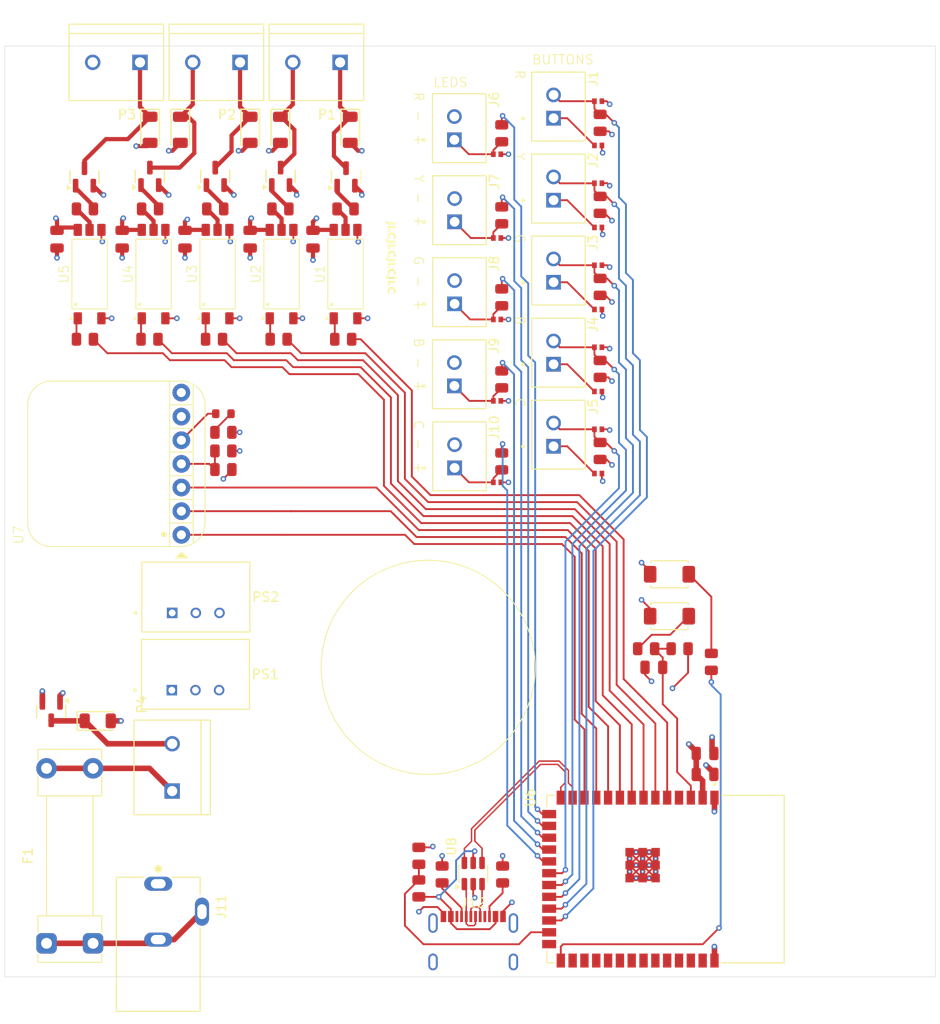
<source format=kicad_pcb>
(kicad_pcb (version 20241229) (generator "pcbnew") (generator_version "9.0")
  (layers (0 "F.Cu" signal) (4 "In1.Cu" signal) (6 "In2.Cu" signal) (2 "B.Cu" signal) (13 "F.Paste" user) (15 "B.Paste" user) (5 "F.SilkS" user "F.Silkscreen") (7 "B.SilkS" user "B.Silkscreen") (1 "F.Mask" user) (3 "B.Mask" user) (25 "Edge.Cuts" user))
  (net 0 "")
  (net 1 "GND")
  (net 2 "VSupply")
  (net 3 "/RESET")
  (net 4 "VMCU")
  (net 5 "/D-")
  (net 6 "/D+")
  (net 7 "Net-(D11-Pad2)")
  (net 8 "/BUTTON_RED")
  (net 9 "/BUTTON_YELLOW")
  (net 10 "/BUTTON_GREEN")
  (net 11 "/BUTTON_BLUE")
  (net 12 "/BUTTON_WHITE")
  (net 13 "Net-(D12-Pad2)")
  (net 14 "Net-(D13-Pad2)")
  (net 15 "Net-(D14-Pad2)")
  (net 16 "Net-(D15-Pad2)")
  (net 17 "Net-(Q6-D)")
  (net 18 "Net-(F1-Pad2)")
  (net 19 "/Led Drivers/YELLOW_OUT")
  (net 20 "/Led Drivers/RED_OUT")
  (net 21 "/Led Drivers/BLUE_OUT")
  (net 22 "/Led Drivers/GREEN_OUT")
  (net 23 "/Led Drivers/WHITE_OUT")
  (net 24 "VAMP")
  (net 25 "Net-(Q1-G)")
  (net 26 "Net-(Q2-G)")
  (net 27 "Net-(Q3-G)")
  (net 28 "Net-(Q4-G)")
  (net 29 "Net-(Q5-G)")
  (net 30 "/BUTTON_LED_RED")
  (net 31 "/BUTTON_LED_YELLOW")
  (net 32 "/BUTTON_LED_GREEN")
  (net 33 "/BUTTON_LED_BLUE")
  (net 34 "/BUTTON_LED_WHITE")
  (net 35 "/LED_RED")
  (net 36 "Net-(U1-ANODE)")
  (net 37 "/LED_YELLOW")
  (net 38 "Net-(U2-ANODE)")
  (net 39 "/LED_GREEN")
  (net 40 "Net-(U3-ANODE)")
  (net 41 "Net-(U4-ANODE)")
  (net 42 "/LED_BLUE")
  (net 43 "/LED_WHITE")
  (net 44 "Net-(U5-ANODE)")
  (net 45 "Net-(U1-VO)")
  (net 46 "Net-(U2-VO)")
  (net 47 "Net-(U3-VO)")
  (net 48 "Net-(U4-VO)")
  (net 49 "Net-(U5-VO)")
  (net 50 "Net-(S1-A)")
  (net 51 "/BOOT_MODE")
  (net 52 "Net-(S2-A)")
  (net 53 "Net-(U7-GAIN)")
  (net 54 "Net-(R26-Pad2)")
  (net 55 "Net-(U7-SD)")
  (net 56 "Net-(J12-CC2)")
  (net 57 "Net-(J12-CC1)")
  (net 73 "/LRC")
  (net 74 "/BCLK")
  (net 75 "/DIN")
  (net 76 "Net-(F1-Pad1)")
  (net 77 "Net-(J12-D--PadA7)")
  (net 78 "Net-(J12-D+-PadA6)")
  (net 79 "Net-(U8-VBUS)")
  (net 82 "/USB_POWER_IN_SIGNAL")
  (footprint "Project_footprints:XCVR_ESP32-S3-WROOM-1-N4" (layer "F.Cu") (at 130 123.5 -90)
    (property "Reference" "U6")
    (property "Value" "ESP32-S3-WROOM-1-N4")
  )
  (footprint "PCM_JLCPCB:Q_SOT-23" (layer "F.Cu") (at 88.65 48 90)
    (property "Reference" "Q2" (hide yes))
    (property "Value" "HL2309")
  )
  (footprint "PCM_JLCPCB:R_0603" (layer "F.Cu") (at 82.5 73.5 180)
    (property "Reference" "R27" (hide yes))
    (property "Value" "560kΩ")
  )
  (footprint "PCM_JLCPCB:D_DFN1006-2L" (layer "F.Cu") (at 122.765 53.4875 180)
    (property "Reference" "D2" (hide yes))
    (property "Value" "H3V3L10B")
  )
  (footprint "PCM_JLCPCB:R_0805" (layer "F.Cu") (at 127.925 98.75)
    (property "Reference" "R21" (hide yes))
    (property "Value" "0Ω")
  )
  (footprint "PCM_JLCPCB:C_0805" (layer "F.Cu") (at 134.25 112.25)
    (property "Reference" "C7" (hide yes))
    (property "Value" "100nF")
  )
  (footprint "Project_footprints:LTV-5314-TP1" (layer "F.Cu") (at 95.625 58.5 90)
    (property "Reference" "U1")
    (property "Value" "LTV-5314-TP1")
  )
  (footprint "Project_footprints:JST_B2B-XH-A" (layer "F.Cu") (at 107.866 60.44825 -90)
    (property "Reference" "J8")
    (property "Value" "B2B-XH-A")
  )
  (footprint "PCM_JLCPCB:D_SOD-123FL" (layer "F.Cu") (at 77.875 43 -90)
    (property "Reference" "D17" (hide yes))
    (property "Value" "SMF14CA")
  )
  (footprint "PCM_JLCPCB:D_DFN1006-2L" (layer "F.Cu") (at 111.906 72.12325 180)
    (property "Reference" "D14" (hide yes))
    (property "Value" "H3V3L10B")
  )
  (footprint "PCM_JLCPCB:Q_SOT-23" (layer "F.Cu") (at 64 105.5 -90)
    (property "Reference" "Q6" (hide yes))
    (property "Value" "HL2303")
  )
  (footprint "PCM_JLCPCB:R_0805" (layer "F.Cu") (at 122.975 68.6875 90)
    (property "Reference" "R4" (hide yes))
    (property "Value" "10kΩ")
  )
  (footprint "PCM_JLCPCB:Part_Num_JLCPCB" (layer "F.Cu") (at 100.5 56.75 90)
    (property "Reference" "PN1" (hide yes))
    (property "Value" "~" (hide yes))
  )
  (footprint "PCM_JLCPCB:R_0805" (layer "F.Cu") (at 122.975 77.5 90)
    (property "Reference" "R5" (hide yes))
    (property "Value" "10kΩ")
  )
  (footprint "PCM_JLCPCB:D_DFN1006-2L" (layer "F.Cu") (at 122.765 44.675 180)
    (property "Reference" "D1" (hide yes))
    (property "Value" "H3V3L10B")
  )
  (footprint "Project_footprints:TE_282837-2" (layer "F.Cu") (at 77 111.5 90)
    (property "Reference" "P4")
    (property "Value" "282837-2")
  )
  (footprint "Package_TO_SOT_SMD:SOT-23-6" (layer "F.Cu") (at 109.34 122.9 90)
    (property "Reference" "U8")
    (property "Value" "USBLC6-2SC6")
  )
  (footprint "PCM_JLCPCB:C_0805" (layer "F.Cu") (at 128.75 100.75 180)
    (property "Reference" "C6" (hide yes))
    (property "Value" "1uF")
  )
  (footprint "Project_footprints:JST_B2B-XH-A" (layer "F.Cu") (at 118.5 75.75 -90)
    (property "Reference" "J5")
    (property "Value" "B2B-XH-A")
  )
  (footprint "Project_footprints:CUI_PJ-102AH" (layer "F.Cu") (at 75.5 130.5 -90)
    (property "Reference" "J11")
    (property "Value" "PJ-102AH")
  )
  (footprint "Project_footprints:JST_B2B-XH-A" (layer "F.Cu") (at 107.841 69.26075 -90)
    (property "Reference" "J9")
    (property "Value" "B2B-XH-A")
  )
  (footprint "PCM_JLCPCB:R_0805" (layer "F.Cu") (at 82.5 75.5 180)
    (property "Reference" "R26" (hide yes))
    (property "Value" "1MΩ")
  )
  (footprint "PCM_JLCPCB:R_0805" (layer "F.Cu") (at 131.515 98.75 180)
    (property "Reference" "R23" (hide yes))
    (property "Value" "10kΩ")
  )
  (footprint "PCM_JLCPCB:D_DFN1006-2L" (layer "F.Cu") (at 111.906 80.87325 180)
    (property "Reference" "D15" (hide yes))
    (property "Value" "H3V3L10B")
  )
  (footprint "PCM_JLCPCB:R_0805" (layer "F.Cu") (at 88.625 51.5)
    (property "Reference" "R17" (hide yes))
    (property "Value" "10Ω")
  )
  (footprint "Project_footprints:USB_C_Receptacle_USB2.0_14P" (layer "F.Cu") (at 109.34 132.4)
    (property "Reference" "J12")
    (property "Value" "USB_C_Receptacle_USB2.0_14P")
  )
  (footprint "PCM_JLCPCB:D_DFN1006-2L" (layer "F.Cu") (at 122.765 66.3625 180)
    (property "Reference" "D9" (hide yes))
    (property "Value" "H3V3L10B")
  )
  (footprint "PCM_JLCPCB:R_0805" (layer "F.Cu") (at 103.5 124.5 90)
    (property "Reference" "R30" (hide yes))
    (property "Value" "5.1kΩ")
  )
  (footprint "PCM_JLCPCB:R_0805" (layer "F.Cu") (at 67.625 65.5 180)
    (property "Reference" "R15" (hide yes))
    (property "Value" "240Ω")
  )
  (footprint "PCM_JLCPCB:Hole_Tooling_JLCPCB" (layer "F.Cu") (at 125.75 37.75)
    (property "Reference" "H2" (hide yes))
    (property "Value" "~" (hide yes))
  )
  (footprint "PCM_JLCPCB:R_0805" (layer "F.Cu") (at 122.975 42.25 90)
    (property "Reference" "R1" (hide yes))
    (property "Value" "10kΩ")
  )
  (footprint "PCM_JLCPCB:R_0805" (layer "F.Cu") (at 74.625 51.5)
    (property "Reference" "R19" (hide yes))
    (property "Value" "10Ω")
  )
  (footprint "PCM_JLCPCB:R_0805" (layer "F.Cu") (at 112.406 78.62325 -90)
    (property "Reference" "R10" (hide yes))
    (property "Value" "240Ω")
  )
  (footprint "PCM_JLCPCB:Hole_Tooling_JLCPCB" (layer "F.Cu") (at 83 130.5 -90)
    (property "Reference" "H1" (hide yes))
    (property "Value" "~" (hide yes))
  )
  (footprint "Project_footprints:LTV-5314-TP1" (layer "F.Cu") (at 88.75 58.5 90)
    (property "Reference" "U2")
    (property "Value" "LTV-5314-TP1")
  )
  (footprint "PCM_JLCPCB:D_DFN1006-2L" (layer "F.Cu") (at 122.765 48.7375 180)
    (property "Reference" "D7" (hide yes))
    (property "Value" "H3V3L10B")
  )
  (footprint "PCM_JLCPCB:D_DFN1006-2L" (layer "F.Cu") (at 122.765 39.925 180)
    (property "Reference" "D6" (hide yes))
    (property "Value" "H3V3L10B")
  )
  (footprint "PCM_JLCPCB:D_DFN1006-2L" (layer "F.Cu") (at 111.906 54.62325 180)
    (property "Reference" "D12" (hide yes))
    (property "Value" "H3V3L10B")
  )
  (footprint "PCM_JLCPCB:R_0805" (layer "F.Cu") (at 67.625 51.5)
    (property "Reference" "R20" (hide yes))
    (property "Value" "10Ω")
  )
  (footprint "Project_footprints:CONV_TSR_1-2433E" (layer "F.Cu") (at 79.54 93.2)
    (property "Reference" "PS2")
    (property "Value" "TSR_1-2433E")
  )
  (footprint "PCM_JLCPCB:R_0805" (layer "F.Cu") (at 134.925 100.16 -90)
    (property "Reference" "R22" (hide yes))
    (property "Value" "0Ω")
  )
  (footprint "Project_footprints:JST_B2B-XH-A" (layer "F.Cu") (at 118.5 66.9375 -90)
    (property "Reference" "J4")
    (property "Value" "B2B-XH-A")
  )
  (footprint "Project_footprints:JST_B2B-XH-A" (layer "F.Cu") (at 118.5 58.125 -90)
    (property "Reference" "J3")
    (property "Value" "B2B-XH-A")
  )
  (footprint "PCM_JLCPCB:R_0805" (layer "F.Cu") (at 95.375 65.5 180)
    (property "Reference" "R11" (hide yes))
    (property "Value" "240Ω")
  )
  (footprint "PCM_JLCPCB:D_SOD-123FL" (layer "F.Cu") (at 85.375 43 -90)
    (property "Reference" "D18" (hide yes))
    (property "Value" "SMF14CA")
  )
  (footprint "PCM_JLCPCB:C_0805" (layer "F.Cu") (at 92.125 54.75 -90)
    (property "Reference" "C1" (hide yes))
    (property "Value" "100nF")
  )
  (footprint "PCM_JLCPCB:D_DFN1006-2L" (layer "F.Cu") (at 122.765 71.1125 180)
    (property "Reference" "D4" (hide yes))
    (property "Value" "H3V3L10B")
  )
  (footprint "PCM_JLCPCB:R_0805" (layer "F.Cu") (at 74.5625 65.5 180)
    (property "Reference" "R14" (hide yes))
    (property "Value" "240Ω")
  )
  (footprint "Project_footprints:Fuseholder_Clip-5x20mm_Littelfuse_111_Lateral_P18.80x5.00mm_D1.17mm_Horizontal" (layer "F.Cu") (at 63.5 130.4 90)
    (property "Reference" "F1")
    (property "Value" "Fuse")
  )
  (footprint "PCM_JLCPCB:C_0805" (layer "F.Cu") (at 64.625 54.75 -90)
    (property "Reference" "C5" (hide yes))
    (property "Value" "100nF")
  )
  (footprint "PCM_JLCPCB:R_0805" (layer "F.Cu") (at 81.5 65.5 180)
    (property "Reference" "R13" (hide yes))
    (property "Value" "240Ω")
  )
  (footprint "PCM_JLCPCB:D_DFN1006-2L" (layer "F.Cu") (at 122.765 75.175 180)
    (property "Reference" "D10" (hide yes))
    (property "Value" "H3V3L10B")
  )
  (footprint "PCM_JLCPCB:D_DFN1006-2L" (layer "F.Cu") (at 111.906 45.62325 180)
    (property "Reference" "D11" (hide yes))
    (property "Value" "H3V3L10B")
  )
  (footprint "PCM_JLCPCB:R_0805" (layer "F.Cu") (at 112.5 123 90)
    (property "Reference" "R28" (hide yes))
    (property "Value" "5.1kΩ")
  )
  (footprint "Project_footprints:JST_B2B-XH-A" (layer "F.Cu") (at 107.866 78.07325 -90)
    (property "Reference" "J10")
    (property "Value" "B2B-XH-A")
  )
  (footprint "PCM_JLCPCB:D_DFN1006-2L" (layer "F.Cu") (at 122.765 57.55 180)
    (property "Reference" "D8" (hide yes))
    (property "Value" "H3V3L10B")
  )
  (footprint "PCM_JLCPCB:R_0805" (layer "F.Cu") (at 122.975 59.875 90)
    (property "Reference" "R3" (hide yes))
    (property "Value" "10kΩ")
  )
  (footprint "Project_footprints:CONV_TSR_1-2433E" (layer "F.Cu") (at 79.5 101.5)
    (property "Reference" "PS1")
    (property "Value" "TSR_1-2433E")
  )
  (footprint "PCM_JLCPCB:D_SOD-123FL" (layer "F.Cu") (at 69 106.5)
    (property "Reference" "D21" (hide yes))
    (property "Value" "SMF14CA")
  )
  (footprint "PCM_JLCPCB:C_0805" (layer "F.Cu") (at 85.375 54.75 -90)
    (property "Reference" "C2" (hide yes))
    (property "Value" "100nF")
  )
  (footprint "PCM_JLCPCB:Hole_Tooling_JLCPCB" (layer "F.Cu") (at 62 36.75)
    (property "Reference" "H3" (hide yes))
    (property "Value" "~" (hide yes))
  )
  (footprint "PCM_JLCPCB:C_0805" (layer "F.Cu") (at 71.625 54.75 -90)
    (property "Reference" "C4" (hide yes))
    (property "Value" "100nF")
  )
  (footprint "PCM_JLCPCB:R_0805" (layer "F.Cu") (at 88.4375 65.5 180)
    (property "Reference" "R12" (hide yes))
    (property "Value" "240Ω")
  )
  (footprint "Project_footprints:JST_B2B-XH-A" (layer "F.Cu") (at 118.5 49.3125 -90)
    (property "Reference" "J2")
    (property "Value" "B2B-XH-A")
  )
  (footprint "Project_footprints:LTV-5314-TP1" (layer "F.Cu") (at 75 58.5 90)
    (property "Reference" "U4")
    (property "Value" "LTV-5314-TP1")
  )
  (footprint "PCM_JLCPCB:R_0805" (layer "F.Cu") (at 82.5 77.5 180)
    (property "Reference" "R24" (hide yes))
    (property "Value" "100kΩ")
  )
  (footprint "PCM_JLCPCB:D_SOD-123FL" (layer "F.Cu") (at 96.125 43 -90)
    (property "Reference" "D20" (hide yes))
    (property "Value" "SMF14CA")
  )
  (footprint "PCM_JLCPCB:R_0805" (layer "F.Cu") (at 103.5 121 90)
    (property "Reference" "R31" (hide yes))
    (property "Value" "10kΩ")
  )
  (footprint "PCM_JLCPCB:C_0805" (layer "F.Cu") (at 134.25 110)
    (property "Reference" "C8" (hide yes))
    (property "Value" "22uF")
  )
  (footprint "Project_footprints:JST_B2B-XH-A" (layer "F.Cu") (at 118.5 40.5 -90)
    (property "Reference" "J1")
    (property "Value" "B2B-XH-A")
  )
  (footprint "PCM_JLCPCB:Q_SOT-23" (layer "F.Cu") (at 81.625 48 90)
    (property "Reference" "Q3" (hide yes))
    (property "Value" "HL2309")
  )
  (footprint "PCM_JLCPCB:R_0805" (layer "F.Cu") (at 112.406 69.81075 -90)
    (property "Reference" "R9" (hide yes))
    (property "Value" "240Ω")
  )
  (footprint "PCM_JLCPCB:D_DFN1006-2L" (layer "F.Cu") (at 111.906 63.37325 180)
    (property "Reference" "D13" (hide yes))
    (property "Value" "H3V3L10B")
  )
  (footprint "PCM_JLCPCB:R_0805" (layer "F.Cu") (at 82.5 79.5)
    (property "Reference" "R25" (hide yes))
    (property "Value" "100kΩ")
  )
  (footprint "PCM_JLCPCB:D_SOD-123FL" (layer "F.Cu") (at 74.625 43 -90)
    (property "Reference" "D16" (hide yes))
    (property "Value" "SMF14CA")
  )
  (footprint "Project_footprints:TE_282837-2" (layer "F.Cu") (at 81.75 35.75 180)
    (property "Reference" "P2")
    (property "Value" "282837-2")
  )
  (footprint "PCM_JLCPCB:D_DFN1006-2L" (layer "F.Cu") (at 122.765 62.3 180)
    (property "Reference" "D3" (hide yes))
    (property "Value" "H3V3L10B")
  )
  (footprint "PCM_JLCPCB:R_0805" (layer "F.Cu") (at 112.406 43.37325 -90)
    (property "Reference" "R6" (hide yes))
    (property "Value" "240Ω")
  )
  (footprint "PCM_JLCPCB:SW_TS-1088-AR02016" (layer "F.Cu") (at 130.425 90.75 180)
    (property "Reference" "S2" (hide yes))
    (property "Value" "Tactile Button, 160gf")
  )
  (footprint "PCM_JLCPCB:R_0805" (layer "F.Cu") (at 112.406 52.18575 -90)
    (property "Reference" "R7" (hide yes))
    (property "Value" "240Ω")
  )
  (footprint "PCM_JLCPCB:Q_SOT-23" (layer "F.Cu") (at 95.675 48.06 90)
    (property "Reference" "Q1" (hide yes))
    (property "Value" "HL2309")
  )
  (footprint "PCM_JLCPCB:D_DFN1006-2L" (layer "F.Cu") (at 122.765 79.925 180)
    (property "Reference" "D5" (hide yes))
    (property "Value" "H3V3L10B")
  )
  (footprint "Project_footprints:LTV-5314-TP1" (layer "F.Cu") (at 81.875 58.5 90)
    (property "Reference" "U3")
    (property "Value" "LTV-5314-TP1")
  )
  (footprint "Project_footprints:LTV-5314-TP1" (layer "F.Cu") (at 68.125 58.5 90)
    (property "Reference" "U5")
    (property "Value" "LTV-5314-TP1")
  )
  (footprint "PCM_JLCPCB:SW_TS-1088-AR02016" (layer "F.Cu") (at 130.425 95.25 180)
    (property "Reference" "S1" (hide yes))
    (property "Value" "Tactile Button, 160gf")
  )
  (footprint "PCM_JLCPCB:R_0805" (layer "F.Cu") (at 112.406 60.99825 -90)
    (property "Reference" "R8" (hide yes))
    (property "Value" "240Ω")
  )
  (footprint "Project_footprints:TE_282837-2" (layer "F.Cu") (at 71 35.75 180)
    (property "Reference" "P3")
    (property "Value" "282837-2")
  )
  (footprint "PCM_JLCPCB:D_SOD-123FL" (layer "F.Cu") (at 88.625 43 -90)
    (property "Reference" "D19" (hide yes))
    (property "Value" "SMF14CA")
  )
  (footprint "PCM_JLCPCB:R_0805" (layer "F.Cu") (at 106 123 90)
    (property "Reference" "R29" (hide yes))
    (property "Value" "5.1kΩ")
  )
  (footprint "Project_footprints:JST_B2B-XH-A" (layer "F.Cu") (at 107.841 42.82325 -90)
    (property "Reference" "J6")
    (property "Value" "B2B-XH-A")
  )
  (footprint "PCM_JLCPCB:C_0805" (layer "F.Cu") (at 78.375 54.75 -90)
    (property "Reference" "C3" (hide yes))
    (property "Value" "100nF")
  )
  (footprint "PCM_JLCPCB:R_0805" (layer "F.Cu") (at 122.975 51.0625 90)
    (property "Reference" "R2" (hide yes))
    (property "Value" "10kΩ")
  )
  (footprint "PCM_JLCPCB:Q_SOT-23" (layer "F.Cu") (at 67.575 48.06 90)
    (property "Reference" "Q5" (hide yes))
    (property "Value" "HL2309")
  )
  (footprint "PCM_JLCPCB:R_0805" (layer "F.Cu") (at 95.625 51.5)
    (property "Reference" "R16" (hide yes))
    (property "Value" "10Ω")
  )
  (footprint "Project_footprints:TE_282837-2" (layer "F.Cu") (at 92.5 35.75 180)
    (property "Reference" "P1")
    (property "Value" "282837-2")
  )
  (footprint "PCM_JLCPCB:R_0805" (layer "F.Cu") (at 81.625 51.5)
    (property "Reference" "R18" (hide yes))
    (property "Value" "10Ω")
  )
  (footprint "Project_footprints:JST_B2B-XH-A" (layer "F.Cu") (at 107.866 51.63575 -90)
    (property "Reference" "J7")
    (property "Value" "B2B-XH-A")
  )
  (footprint "PCM_JLCPCB:Q_SOT-23" (layer "F.Cu") (at 74.6 48 90)
    (property "Reference" "Q4" (hide yes))
    (property "Value" "HL2309")
  )
  (footprint "Project_footprints:Adafruit_I2S_MAX98357A" (layer "F.Cu") (at 77.985 78.89 90)
    (property "Reference" "U7")
    (property "Value" "MAX98357A")
  )
  (gr_circle (center 104.5 100.75) (end 116 100.75) (stroke (width 0.1)) (fill no) (layer "F.SilkS"))
  (gr_rect (start 59 34) (end 159 134) (stroke (width 0.05)) (fill no) (layer "Edge.Cuts"))
  (gr_text "-" (at 102.906 76.12325 270) (layer "F.SilkS") (effects (font (size 1 1) (thickness 0.1)) (justify left bottom)))
  (gr_text "-" (at 102.906 67.37325 270) (layer "F.SilkS") (effects (font (size 1 1) (thickness 0.1)) (justify left bottom)))
  (gr_text "+" (at 102.906 69.87325 270) (layer "F.SilkS") (effects (font (size 1 1) (thickness 0.1)) (justify left bottom)))
  (gr_text "LEDS\n" (at 105 38.5 0) (layer "F.SilkS") (effects (font (size 1 1) (thickness 0.1)) (justify left bottom)))
  (gr_text "+" (at 102.906 78.62325 270) (layer "F.SilkS") (effects (font (size 1 1) (thickness 0.1)) (justify left bottom)))
  (gr_text "Y" (at 113.765 45.371429 270) (layer "F.SilkS") (effects (font (size 1 1) (thickness 0.1)) (justify left bottom)))
  (gr_text "-" (at 102.906 58.62325 270) (layer "F.SilkS") (effects (font (size 1 1) (thickness 0.1)) (justify left bottom)))
  (gr_text "BUTTONS\n" (at 115.609 36.05175 0) (layer "F.SilkS") (effects (font (size 1 1) (thickness 0.1)) (justify left bottom)))
  (gr_text "Y" (at 102.906 47.757179 270) (layer "F.SilkS") (effects (font (size 1 1) (thickness 0.1)) (justify left bottom)))
  (gr_text "B" (at 102.906 65.31075 270) (layer "F.SilkS") (effects (font (size 1 1) (thickness 0.1)) (justify left bottom)))
  (gr_text "C" (at 102.906 74.12325 270) (layer "F.SilkS") (effects (font (size 1 1) (thickness 0.1)) (justify left bottom)))
  (gr_text "R" (at 102.906 38.87325 270) (layer "F.SilkS") (effects (font (size 1 1) (thickness 0.1)) (justify left bottom)))
  (gr_text "G" (at 113.765 54.1125 270) (layer "F.SilkS") (effects (font (size 1 1) (thickness 0.1)) (justify left bottom)))
  (gr_text "+" (at 102.906 43.37325 270) (layer "F.SilkS") (effects (font (size 1 1) (thickness 0.1)) (justify left bottom)))
  (gr_text "+" (at 102.906 52.12325 270) (layer "F.SilkS") (effects (font (size 1 1) (thickness 0.1)) (justify left bottom)))
  (gr_text "+" (at 102.906 61.12325 270) (layer "F.SilkS") (effects (font (size 1 1) (thickness 0.1)) (justify left bottom)))
  (gr_text "C" (at 113.765 71.7375 270) (layer "F.SilkS") (effects (font (size 1 1) (thickness 0.1)) (justify left bottom)))
  (gr_text "R" (at 113.765 36.4875 270) (layer "F.SilkS") (effects (font (size 1 1) (thickness 0.1)) (justify left bottom)))
  (gr_text "-" (at 102.906 49.62325 270) (layer "F.SilkS") (effects (font (size 1 1) (thickness 0.1)) (justify left bottom)))
  (gr_text "G" (at 102.906 56.49825 270) (layer "F.SilkS") (effects (font (size 1 1) (thickness 0.1)) (justify left bottom)))
  (gr_text "B" (at 113.765 62.925 270) (layer "F.SilkS") (effects (font (size 1 1) (thickness 0.1)) (justify left bottom)))
  (gr_text "-" (at 102.906 40.87325 270) (layer "F.SilkS") (effects (font (size 1 1) (thickness 0.1)) (justify left bottom)))
  (segment (start 127.54 123.4) (end 126.84 123.4) (width 0.6) (layer "F.Cu") (net 1))
  (segment (start 90.02 63.25) (end 91 63.25) (width 0.2) (layer "F.Cu") (net 1))
  (segment (start 127.8 100.75) (end 127.8 101.55) (width 0.2) (layer "F.Cu") (net 1))
  (segment (start 97.375 45.25) (end 96.975 45.25) (width 0.45) (layer "F.Cu") (net 1))
  (segment (start 64.625 56.75) (end 64.625 55.7) (width 0.45) (layer "F.Cu") (net 1))
  (segment (start 90.02 53.75) (end 90.02 54.98) (width 0.2) (layer "F.Cu") (net 1))
  (segment (start 104 126.5) (end 103.5 127) (width 0.2) (layer "F.Cu") (net 1))
  (segment (start 92.125 55.7) (end 92.125 57) (width 0.45) (layer "F.Cu") (net 1))
  (segment (start 113.12325 80.87325) (end 112.306 80.87325) (width 0.2) (layer "F.Cu") (net 1))
  (segment (start 123.165 71.1125) (end 123.165 71.665) (width 0.2) (layer "F.Cu") (net 1))
  (segment (start 64.95 103.8) (end 65.25 103.5) (width 0.6) (layer "F.Cu") (net 1))
  (segment (start 123.8 57.55) (end 124 57.75) (width 0.2) (layer "F.Cu") (net 1))
  (segment (start 123.91 43.16) (end 124.25 43.5) (width 0.2) (layer "F.Cu") (net 1))
  (segment (start 69.395 54.895) (end 69.5 55) (width 0.2) (layer "F.Cu") (net 1))
  (segment (start 127.54 123.4) (end 126.14 122) (width 0.2) (layer "F.Cu") (net 1))
  (segment (start 126.14 121.3) (end 126.14 122) (width 0.6) (layer "F.Cu") (net 1))
  (segment (start 106.14 127.52) (end 106.14 127.14) (width 0.2) (layer "F.Cu") (net 1))
  (segment (start 127.54 122) (end 128.94 120.6) (width 0.2) (layer "F.Cu") (net 1))
  (segment (start 127.54 120.6) (end 128.94 122) (width 0.2) (layer "F.Cu") (net 1))
  (segment (start 128.94 123.4) (end 128.94 122.7) (width 0.6) (layer "F.Cu") (net 1))
  (segment (start 126.14 122) (end 126.84 122) (width 0.6) (layer "F.Cu") (net 1))
  (segment (start 123.165 53.4875) (end 123.165 54.165) (width 0.2) (layer "F.Cu") (net 1))
  (segment (start 126.14 122.7) (end 126.14 123.4) (width 0.6) (layer "F.Cu") (net 1))
  (segment (start 123.165 79.925) (end 123.165 80.665) (width 0.2) (layer "F.Cu") (net 1))
  (segment (start 96.895 63.25) (end 98 63.25) (width 0.2) (layer "F.Cu") (net 1))
  (segment (start 109.34 125.34) (end 109.5 125.5) (width 0.2) (layer "F.Cu") (net 1))
  (segment (start 112.54 126.96) (end 113.5 126) (width 0.2) (layer "F.Cu") (net 1))
  (segment (start 127.54 120.6) (end 126.84 120.6) (width 0.6) (layer "F.Cu") (net 1))
  (segment (start 123.165 48.7375) (end 123.7375 48.7375) (width 0.2) (layer "F.Cu") (net 1))
  (segment (start 123.8625 66.3625) (end 124 66.5) (width 0.2) (layer "F.Cu") (net 1))
  (segment (start 112.306 72.12325) (end 113.12675 72.12325) (width 0.2) (layer "F.Cu") (net 1))
  (segment (start 123.165 57.55) (end 123.8 57.55) (width 0.2) (layer "F.Cu") (net 1))
  (segment (start 123.675 39.925) (end 124 40.25) (width 0.2) (layer "F.Cu") (net 1))
  (segment (start 96.895 53.75) (end 96.895 54.895) (width 0.2) (layer "F.Cu") (net 1))
  (segment (start 106 122.09) (end 106 121) (width 0.2) (layer "F.Cu") (net 1))
  (segment (start 123.535 60.785) (end 124.25 61.5) (width 0.2) (layer "F.Cu") (net 1))
  (segment (start 123.165 75.175) (end 123.925 75.175) (width 0.2) (layer "F.Cu") (net 1))
  (segment (start 128.24 120.6) (end 127.54 120.6) (width 0.6) (layer "F.Cu") (net 1))
  (segment (start 87.775 45.25) (end 88.625 44.4) (width 0.45) (layer "F.Cu") (net 1))
  (segment (start 76.625 45.25) (end 77.025 45.25) (width 0.45) (layer "F.Cu") (net 1))
  (segment (start 84.525 45.25) (end 85.375 44.4) (width 0.45) (layer "F.Cu") (net 1))
  (segment (start 123.165 54.165) (end 123.25 54.25) (width 0.2) (layer "F.Cu") (net 1))
  (segment (start 135.26 130.76) (end 135.25 130.75) (width 0.6) (layer "F.Cu") (net 1))
  (segment (start 127.54 122) (end 126.14 123.4) (width 0.2) (layer "F.Cu") (net 1))
  (segment (start 69.395 63.25) (end 70.5 63.25) (width 0.2) (layer "F.Cu") (net 1))
  (segment (start 128.35 90.425) (end 127.425 89.5) (width 0.2) (layer "F.Cu") (net 1))
  (segment (start 126.14 120.6) (end 127.54 122) (width 0.2) (layer "F.Cu") (net 1))
  (segment (start 128.35 94.425) (end 127.425 93.5) (width 0.2) (layer "F.Cu") (net 1))
  (segment (start 83.145 63.25) (end 84.25 63.25) (width 0.2) (layer "F.Cu") (net 1))
  (segment (start 76.27 63.25) (end 77.5 63.25) (width 0.2) (layer "F.Cu") (net 1))
  (segment (start 96.975 45.25) (end 96.125 44.4) (width 0.45) (layer "F.Cu") (net 1))
  (segment (start 123.925 75.175) (end 124 75.25) (width 0.2) (layer "F.Cu") (net 1))
  (segment (start 126.14 122) (end 126.14 122.7) (width 0.6) (layer "F.Cu") (net 1))
  (segment (start 73.125 44.75) (end 74.275 44.75) (width 0.45) (layer "F.Cu") (net 1))
  (segment (start 113.12675 63.37325) (end 112.306 63.37325) (width 0.2) (layer "F.Cu") (net 1))
  (segment (start 122.975 69.5975) (end 123.8475 69.5975) (width 0.2) (layer "F.Cu") (net 1))
  (segment (start 85.375 55.7) (end 85.375 56.75) (width 0.45) (layer "F.Cu") (net 1))
  (segment (start 112.54 127.52) (end 112.54 126.96) (width 0.2) (layer "F.Cu") (net 1))
  (segment (start 128.35 95.25) (end 128.35 94.425) (width 0.2) (layer "F.Cu") (net 1))
  (segment (start 123.165 66.3625) (end 123.8625 66.3625) (width 0.2) (layer "F.Cu") (net 1))
  (segment (start 126.14 120.6) (end 126.14 121.3) (width 0.6) (layer "F.Cu") (net 1))
  (segment (start 103.5 120.09) (end 104.91 120.09) (width 0.2) (layer "F.Cu") (net 1))
  (segment (start 78.375 56.75) (end 78.375 55.7) (width 0.45) (layer "F.Cu") (net 1))
  (segment (start 126.84 122) (end 127.54 122) (width 0.6) (layer "F.Cu") (net 1))
  (segment (start 113.12675 54.62325) (end 112.306 54.62325) (width 0.2) (layer "F.Cu") (net 1))
  (segment (start 127.54 123.4) (end 128.24 123.4) (width 0.6) (layer "F.Cu") (net 1))
  (segment (start 77.025 45.25) (end 77.875 44.4) (width 0.45) (layer "F.Cu") (net 1))
  (segment (start 123.4725 51.9725) (end 124.25 52.75) (width 0.2) (layer "F.Cu") (net 1))
  (segment (start 123.7375 48.7375) (end 124 49) (width 0.2) (layer "F.Cu") (net 1))
  (segment (start 128.94 122) (end 128.94 122.7) (width 0.6) (layer "F.Cu") (net 1))
  (segment (start 127.8 101.55) (end 128.5 102.25) (width 0.2) (layer "F.Cu") (net 1))
  (segment (start 104.91 120.09) (end 105 120) (width 0.2) (layer "F.Cu") (net 1))
  (segment (start 112.5 122.09) (end 112.5 121) (width 0.2) (layer "F.Cu") (net 1))
  (segment (start 126.14 123.4) (end 126.84 123.4) (width 0.6) (layer "F.Cu") (net 1))
  (segment (start 70.4 106.5) (end 71.5 106.5) (width 0.6) (layer "F.Cu") (net 1))
  (segment (start 123.165 71.665) (end 123.25 71.75) (width 0.2) (layer "F.Cu") (net 1))
  (segment (start 123.8475 69.5975) (end 124.25 70) (width 0.2) (layer "F.Cu") (net 1))
  (segment (start 123.66 78.41) (end 122.975 78.41) (width 0.2) (layer "F.Cu") (net 1))
  (segment (start 128.94 122) (end 127.54 123.4) (width 0.2) (layer "F.Cu") (net 1))
  (segment (start 128.94 122) (end 128.94 121.3) (width 0.6) (layer "F.Cu") (net 1))
  (segment (start 127.54 120.6) (end 126.14 122) (width 0.2) (layer "F.Cu") (net 1))
  (segment (start 113.12675 45.62325) (end 112.306 45.62325) (width 0.2) (layer "F.Cu") (net 1))
  (segment (start 127.54 121.3) (end 127.54 122) (width 0.6) (layer "F.Cu") (net 1))
  (segment (start 128.24 122) (end 128.94 122) (width 0.6) (layer "F.Cu") (net 1))
  (segment (start 124.25 79) (end 123.66 78.41) (width 0.2) (layer "F.Cu") (net 1))
  (segment (start 106.14 127.14) (end 105.5 126.5) (width 0.2) (layer "F.Cu") (net 1))
  (segment (start 123.165 62.3) (end 123.165 62.915) (width 0.2) (layer "F.Cu") (net 1))
  (segment (start 127.54 122) (end 128.94 123.4) (width 0.2) (layer "F.Cu") (net 1))
  (segment (start 83.145 53.75) (end 83.145 54.895) (width 0.2) (layer "F.Cu") (net 1))
  (segment (start 126.84 120.6) (end 126.14 120.6) (width 0.6) (layer "F.Cu") (net 1))
  (segment (start 128.94 120.6) (end 128.24 120.6) (width 0.6) (layer "F.Cu") (net 1))
  (segment (start 135.26 114.75) (end 135.26 116.24) (width 0.6) (layer "F.Cu") (net 1))
  (segment (start 135.2 109.85) (end 135.2 110) (width 0.6) (layer "F.Cu") (net 1))
  (segment (start 83.41 79.59) (end 82.5 80.5) (width 0.2) (layer "F.Cu") (net 1))
  (segment (start 109.34 124.0375) (end 109.34 125.34) (width 0.2) (layer "F.Cu") (net 1))
  (segment (start 123.165 45.415) (end 123.25 45.5) (width 0.2) (layer "F.Cu") (net 1))
  (segment (start 74.275 44.75) (end 74.625 44.4) (width 0.45) (layer "F.Cu") (net 1))
  (segment (start 122.975 43.16) (end 123.91 43.16) (width 0.2) (layer "F.Cu") (net 1))
  (segment (start 122.975 51.9725) (end 123.4725 51.9725) (width 0.2) (layer "F.Cu") (net 1))
  (segment (start 135.2 112.1) (end 134.35 111.25) (width 0.6) (layer "F.Cu") (net 1))
  (segment (start 127.54 121.3) (end 127.54 120.6) (width 0.6) (layer "F.Cu") (net 1))
  (segment (start 105.5 126.5) (end 104 126.5) (width 0.2) (layer "F.Cu") (net 1))
  (segment (start 135 109.65) (end 135.2 109.85) (width 0.6) (layer "F.Cu") (net 1))
  (segment (start 96.895 54.895) (end 97 55) (width 0.2) (layer "F.Cu") (net 1))
  (segment (start 128.94 121.3) (end 128.94 120.6) (width 0.6) (layer "F.Cu") (net 1))
  (segment (start 84.125 45.25) (end 84.525 45.25) (width 0.45) (layer "F.Cu") (net 1))
  (segment (start 69.395 53.75) (end 69.395 54.895) (width 0.2) (layer "F.Cu") (net 1))
  (segment (start 71.625 56.75) (end 71.625 55.7) (width 0.45) (layer "F.Cu") (net 1))
  (segment (start 135.26 132.25) (end 135.26 130.76) (width 0.6) (layer "F.Cu") (net 1))
  (segment (start 135.2 112.25) (end 135.2 112.1) (width 0.6) (layer "F.Cu") (net 1))
  (segment (start 123.165 39.925) (end 123.675 39.925) (width 0.2) (layer "F.Cu") (net 1))
  (segment (start 83.145 54.895) (end 83.25 55) (width 0.2) (layer "F.Cu") (net 1))
  (segment (start 127.54 122) (end 127.54 122.7) (width 0.6) (layer "F.Cu") (net 1))
  (segment (start 127.54 122.7) (end 127.54 123.4) (width 0.6) (layer "F.Cu") (net 1))
  (segment (start 83.41 79.5) (end 83.41 79.59) (width 0.2) (layer "F.Cu") (net 1))
  (segment (start 87.375 45.25) (end 87.775 45.25) (width 0.45) (layer "F.Cu") (net 1))
  (segment (start 123.165 44.675) (end 123.165 45.415) (width 0.2) (layer "F.Cu") (net 1))
  (segment (start 123.165 62.915) (end 123.25 63) (width 0.2) (layer "F.Cu") (net 1))
  (segment (start 128.24 123.4) (end 128.94 123.4) (width 0.6) (layer "F.Cu") (net 1))
  (segment (start 123.165 80.665) (end 123.25 80.75) (width 0.2) (layer "F.Cu") (net 1))
  (segment (start 135 108.25) (end 135 109.65) (width 0.6) (layer "F.Cu") (net 1))
  (segment (start 64.95 104.56) (end 64.95 103.8) (width 0.6) (layer "F.Cu") (net 1))
  (segment (start 128.35 90.75) (end 128.35 90.425) (width 0.2) (layer "F.Cu") (net 1))
  (segment (start 122.975 60.785) (end 123.535 60.785) (width 0.2) (layer "F.Cu") (net 1))
  (segment (start 76.27 53.75) (end 76.27 54.98) (width 0.2) (layer "F.Cu") (net 1))
  (segment (start 127.54 122) (end 128.24 122) (width 0.6) (layer "F.Cu") (net 1))
  (via (at 124 75.25) (size 0.6) (drill 0.3) (layers "F.Cu" "B.Cu") (net 1))
  (via (at 135.25 130.75) (size 0.6) (drill 0.3) (layers "F.Cu" "B.Cu") (net 1))
  (via (at 123.25 80.75) (size 0.6) (drill 0.3) (layers "F.Cu" "B.Cu") (net 1))
  (via (at 113.12325 80.87325) (size 0.6) (drill 0.3) (layers "F.Cu" "B.Cu") (net 1))
  (via (at 135.25 116.25) (size 0.6) (drill 0.3) (layers "F.Cu" "B.Cu") (net 1))
  (via (at 124 40.25) (size 0.6) (drill 0.3) (layers "F.Cu" "B.Cu") (net 1))
  (via (at 96.990258 55.01668) (size 0.6) (drill 0.3) (layers "F.Cu" "B.Cu") (net 1))
  (via (at 73.125 44.75) (size 0.6) (drill 0.3) (layers "F.Cu" "B.Cu") (net 1))
  (via (at 123.25 71.75) (size 0.6) (drill 0.3) (layers "F.Cu" "B.Cu") (net 1))
  (via (at 113.12675 45.62325) (size 0.6) (drill 0.3) (layers "F.Cu" "B.Cu") (net 1))
  (via (at 123.25 54.25) (size 0.6) (drill 0.3) (layers "F.Cu" "B.Cu") (net 1))
  (via (at 113.5 126) (size 0.6) (drill 0.3) (layers "F.Cu" "B.Cu") (net 1))
  (via (at 109.5 125.5) (size 0.6) (drill 0.3) (layers "F.Cu" "B.Cu") (net 1))
  (via (at 103.5 127) (size 0.6) (drill 0.3) (layers "F.Cu" "B.Cu") (net 1))
  (via (at 135 108.25) (size 0.6) (drill 0.3) (layers "F.Cu" "B.Cu") (net 1))
  (via (at 76.25 55) (size 0.6) (drill 0.3) (layers "F.Cu" "B.Cu") (net 1))
  (via (at 124.25 43.5) (size 0.6) (drill 0.3) (layers "F.Cu" "B.Cu") (net 1))
  (via (at 76.625 45.25) (size 0.6) (drill 0.3) (layers "F.Cu" "B.Cu") (net 1))
  (via (at 82.5 80.5) (size 0.6) (drill 0.3) (layers "F.Cu" "B.Cu") (net 1))
  (via (at 113.12675 54.62325) (size 0.6) (drill 0.3) (layers "F.Cu" "B.Cu") (net 1))
  (via (at 87.375 45.25) (size 0.6) (drill 0.3) (layers "F.Cu" "B.Cu") (net 1))
  (via (at 83.25 55) (size 0.6) (drill 0.3) (layers "F.Cu" "B.Cu") (net 1))
  (via (at 113.12675 72.12325) (size 0.6) (drill 0.3) (layers "F.Cu" "B.Cu") (net 1))
  (via (at 134.35 111.25) (size 0.6) (drill 0.3) (layers "F.Cu" "B.Cu") (net 1))
  (via (at 71.5 106.5) (size 0.6) (drill 0.3) (layers "F.Cu" "B.Cu") (net 1))
  (via (at 124.25 61.5) (size 0.6) (drill 0.3) (layers "F.Cu" "B.Cu") (net 1))
  (via (at 127.425 93.5) (size 0.6) (drill 0.3) (layers "F.Cu" "B.Cu") (net 1))
  (via (at 124.25 52.75) (size 0.6) (drill 0.3) (layers "F.Cu" "B.Cu") (net 1))
  (via (at 124 49) (size 0.6) (drill 0.3) (layers "F.Cu" "B.Cu") (net 1))
  (via (at 105 120) (size 0.6) (drill 0.3) (layers "F.Cu" "B.Cu") (net 1))
  (via (at 124 57.75) (size 0.6) (drill 0.3) (layers "F.Cu" "B.Cu") (net 1))
  (via (at 71.625 56.75) (size 0.6) (drill 0.3) (layers "F.Cu" "B.Cu") (net 1))
  (via (at 124.25 70) (size 0.6) (drill 0.3) (layers "F.Cu" "B.Cu") (net 1))
  (via (at 64.625 56.75) (size 0.6) (drill 0.3) (layers "F.Cu" "B.Cu") (net 1))
  (via (at 112.5 121) (size 0.6) (drill 0.3) (layers "F.Cu" "B.Cu") (net 1))
  (via (at 123.25 63) (size 0.6) (drill 0.3) (layers "F.Cu" "B.Cu") (net 1))
  (via (at 65.25 103.5) (size 0.6) (drill 0.3) (layers "F.Cu" "B.Cu") (net 1))
  (via (at 84.25 63.25) (size 0.6) (drill 0.3) (layers "F.Cu" "B.Cu") (net 1))
  (via (at 113.12675 63.37325) (size 0.6) (drill 0.3) (layers "F.Cu" "B.Cu") (net 1))
  (via (at 70.5 63.25) (size 0.6) (drill 0.3) (layers "F.Cu" "B.Cu") (net 1))
  (via (at 106 121) (size 0.6) (drill 0.3) (layers "F.Cu" "B.Cu") (net 1))
  (via (at 85.375 56.75) (size 0.6) (drill 0.3) (layers "F.Cu" "B.Cu") (net 1))
  (via (at 124 66.5) (size 0.6) (drill 0.3) (layers "F.Cu" "B.Cu") (net 1))
  (via (at 124.25 79) (size 0.6) (drill 0.3) (layers "F.Cu" "B.Cu") (net 1))
  (via (at 90 55) (size 0.6) (drill 0.3) (layers "F.Cu" "B.Cu") (net 1))
  (via (at 128.5 102.25) (size 0.6) (drill 0.3) (layers "F.Cu" "B.Cu") (net 1))
  (via (at 78.375 56.75) (size 0.6) (drill 0.3) (layers "F.Cu" "B.Cu") (net 1))
  (via (at 98 63.25) (size 0.6) (drill 0.3) (layers "F.Cu" "B.Cu") (net 1))
  (via (at 91 63.25) (size 0.6) (drill 0.3) (layers "F.Cu" "B.Cu") (net 1))
  (via (at 127.425 89.5) (size 0.6) (drill 0.3) (layers "F.Cu" "B.Cu") (net 1))
  (via (at 69.5 55) (size 0.6) (drill 0.3) (layers "F.Cu" "B.Cu") (net 1))
  (via (at 123.241177 45.47255) (size 0.6) (drill 0.3) (layers "F.Cu" "B.Cu") (net 1))
  (via (at 92.125 57) (size 0.6) (drill 0.3) (layers "F.Cu" "B.Cu") (net 1))
  (via (at 84.125 45.25) (size 0.6) (drill 0.3) (layers "F.Cu" "B.Cu") (net 1))
  (via (at 77.5 63.25) (size 0.6) (drill 0.3) (layers "F.Cu" "B.Cu") (net 1))
  (via (at 97.375 45.25) (size 0.6) (drill 0.3) (layers "F.Cu" "B.Cu") (net 1))
  (segment (start 83.625 49.99) (end 83.625 50) (width 0.45) (layer "F.Cu") (net 2))
  (segment (start 71.675 53.75) (end 71.625 53.8) (width 0.45) (layer "F.Cu") (net 2))
  (segment (start 63.05 104.56) (end 63.05 103.3) (width 0.6) (layer "F.Cu") (net 2))
  (segment (start 69.525 50) (end 69.625 50) (width 0.45) (layer "F.Cu") (net 2))
  (segment (start 92.175 53.75) (end 92.125 53.8) (width 0.45) (layer "F.Cu") (net 2))
  (segment (start 78.425 53.75) (end 78.375 53.8) (width 0.45) (layer "F.Cu") (net 2))
  (segment (start 92.125 53.8) (end 92.125 52.875) (width 0.45) (layer "F.Cu") (net 2))
  (segment (start 85.425 53.75) (end 85.375 53.8) (width 0.45) (layer "F.Cu") (net 2))
  (segment (start 76.625 50) (end 76.61 50) (width 0.45) (layer "F.Cu") (net 2))
  (segment (start 71.75 52.5) (end 71.625 52.625) (width 0.45) (layer "F.Cu") (net 2))
  (segment (start 97.375 49.75) (end 97.375 50) (width 0.45) (layer "F.Cu") (net 2))
  (segment (start 80.605 53.75) (end 78.425 53.75) (width 0.45) (layer "F.Cu") (net 2))
  (segment (start 71.625 52.625) (end 71.625 53.8) (width 0.45) (layer "F.Cu") (net 2))
  (segment (start 64.625 53.8) (end 64.625 52.625) (width 0.45) (layer "F.Cu") (net 2))
  (segment (start 82.575 48.94) (end 83.625 49.99) (width 0.45) (layer "F.Cu") (net 2))
  (segment (start 75.55 48.94) (end 76.61 50) (width 0.45) (layer "F.Cu") (net 2))
  (segment (start 94.355 53.75) (end 92.175 53.75) (width 0.45) (layer "F.Cu") (net 2))
  (segment (start 85.375 52.625) (end 85.5 52.5) (width 0.45) (layer "F.Cu") (net 2))
  (segment (start 73.73 53.75) (end 71.675 53.75) (width 0.45) (layer "F.Cu") (net 2))
  (segment (start 87.48 53.75) (end 85.425 53.75) (width 0.45) (layer "F.Cu") (net 2))
  (segment (start 64.925 53.5) (end 64.625 53.8) (width 0.45) (layer "F.Cu") (net 2))
  (segment (start 85.375 53.8) (end 85.375 52.625) (width 0.45) (layer "F.Cu") (net 2))
  (segment (start 89.6 48.94) (end 90.375 49.715) (width 0.45) (layer "F.Cu") (net 2))
  (segment (start 92.125 52.875) (end 92.5 52.5) (width 0.45) (layer "F.Cu") (net 2))
  (segment (start 96.625 49) (end 97.375 49.75) (width 0.45) (layer "F.Cu") (net 2))
  (segment (start 66.855 53.5) (end 64.925 53.5) (width 0.45) (layer "F.Cu") (net 2))
  (segment (start 78.375 52.875) (end 78.375 53.8) (width 0.45) (layer "F.Cu") (net 2))
  (segment (start 78.625 52.625) (end 78.375 52.875) (width 0.45) (layer "F.Cu") (net 2))
  (segment (start 64.625 52.625) (end 64.5 52.5) (width 0.45) (layer "F.Cu") (net 2))
  (segment (start 90.375 49.715) (end 90.375 50) (width 0.45) (layer "F.Cu") (net 2))
  (segment (start 68.525 49) (end 69.525 50) (width 0.45) (layer "F.Cu") (net 2))
  (via (at 97.375 50) (size 0.6) (drill 0.3) (layers "F.Cu" "B.Cu") (net 2))
  (via (at 63.05 103.3) (size 0.6) (drill 0.3) (layers "F.Cu" "B.Cu") (net 2))
  (via (at 83.625 50) (size 0.6) (drill 0.3) (layers "F.Cu" "B.Cu") (net 2))
  (via (at 76.625 50) (size 0.6) (drill 0.3) (layers "F.Cu" "B.Cu") (net 2))
  (via (at 85.5 52.5) (size 0.6) (drill 0.3) (layers "F.Cu" "B.Cu") (net 2))
  (via (at 69.625 50) (size 0.6) (drill 0.3) (layers "F.Cu" "B.Cu") (net 2))
  (via (at 90.375 50) (size 0.6) (drill 0.3) (layers "F.Cu" "B.Cu") (net 2))
  (via (at 92.5 52.5) (size 0.6) (drill 0.3) (layers "F.Cu" "B.Cu") (net 2))
  (via (at 64.5 52.5) (size 0.6) (drill 0.3) (layers "F.Cu" "B.Cu") (net 2))
  (via (at 71.75 52.5) (size 0.6) (drill 0.3) (layers "F.Cu" "B.Cu") (net 2))
  (via (at 78.625 52.625) (size 0.6) (drill 0.3) (layers "F.Cu" "B.Cu") (net 2))
  (segment (start 131.25 112) (end 132.72 113.47) (width 0.2) (layer "F.Cu") (net 3))
  (segment (start 132.72 113.47) (end 132.72 114.75) (width 0.2) (layer "F.Cu") (net 3))
  (segment (start 129.7 100.75) (end 129.7 104.7) (width 0.2) (layer "F.Cu") (net 3))
  (segment (start 128.835 98.75) (end 128.835 98.835) (width 0.2) (layer "F.Cu") (net 3))
  (segment (start 131.25 106.25) (end 131.25 112) (width 0.2) (layer "F.Cu") (net 3))
  (segment (start 129.7 104.7) (end 131.25 106.25) (width 0.2) (layer "F.Cu") (net 3))
  (segment (start 129.7 99.7) (end 129.7 100.75) (width 0.2) (layer "F.Cu") (net 3))
  (segment (start 128.835 98.835) (end 129.7 99.7) (width 0.2) (layer "F.Cu") (net 3))
  (segment (start 130.605 98.75) (end 128.835 98.75) (width 0.2) (layer "F.Cu") (net 3))
  (segment (start 119.44 59.375) (end 122.365 62.3) (width 0.2) (layer "F.Cu") (net 4))
  (segment (start 133.3 109.8) (end 132.5 109) (width 0.6) (layer "F.Cu") (net 4))
  (segment (start 119.44 77) (end 122.365 79.925) (width 0.2) (layer "F.Cu") (net 4))
  (segment (start 117.975 68.1875) (end 119.44 68.1875) (width 0.2) (layer "F.Cu") (net 4))
  (segment (start 117.975 41.75) (end 119.44 41.75) (width 0.2) (layer "F.Cu") (net 4))
  (segment (start 119.44 41.75) (end 122.365 44.675) (width 0.2) (layer "F.Cu") (net 4))
  (segment (start 133.3 112.25) (end 133.99 112.94) (width 0.6) (layer "F.Cu") (net 4))
  (segment (start 133.3 110) (end 133.3 109.8) (width 0.6) (layer "F.Cu") (net 4))
  (segment (start 119.44 50.5625) (end 122.365 53.4875) (width 0.2) (layer "F.Cu") (net 4))
  (segment (start 132.425 101.325) (end 132.425 98.75) (width 0.2) (layer "F.Cu") (net 4))
  (segment (start 133.99 112.94) (end 133.99 114.75) (width 0.6) (layer "F.Cu") (net 4))
  (segment (start 119.44 68.1875) (end 122.365 71.1125) (width 0.2) (layer "F.Cu") (net 4))
  (segment (start 130.75 103) (end 132.425 101.325) (width 0.2) (layer "F.Cu") (net 4))
  (segment (start 133.3 110) (end 133.3 112.25) (width 0.6) (layer "F.Cu") (net 4))
  (segment (start 117.975 77) (end 119.44 77) (width 0.2) (layer "F.Cu") (net 4))
  (segment (start 117.975 59.375) (end 119.44 59.375) (width 0.2) (layer "F.Cu") (net 4))
  (segment (start 117.975 50.5625) (end 119.44 50.5625) (width 0.2) (layer "F.Cu") (net 4))
  (via (at 130.75 103) (size 0.6) (drill 0.3) (layers "F.Cu" "B.Cu") (net 4))
  (via (at 132.5 109) (size 0.6) (drill 0.3) (layers "F.Cu" "B.Cu") (net 4))
  (segment (start 108.39 121.7625) (end 108.39 120.21) (width 0.155448) (layer "F.Cu") (net 5))
  (segment (start 120.02 113.624999) (end 120.02 114.75) (width 0.155448) (layer "F.Cu") (net 5))
  (segment (start 116.42572 110.820676) (end 118.57428 110.820676) (width 0.155448) (layer "F.Cu") (net 5))
  (segment (start 108.39 120.21) (end 109.160676 119.439324) (width 0.155448) (layer "F.Cu") (net 5))
  (segment (start 109.160676 118.08572) (end 116.42572 110.820676) (width 0.155448) (layer "F.Cu") (net 5))
  (segment (start 109.160676 119.439324) (end 109.160676 118.08572) (width 0.155448) (layer "F.Cu") (net 5))
  (segment (start 119.564324 111.81072) (end 119.564324 113.169323) (width 0.155448) (layer "F.Cu") (net 5))
  (segment (start 119.564324 113.169323) (end 120.02 113.624999) (width 0.155448) (layer "F.Cu") (net 5))
  (segment (start 118.57428 110.820676) (end 119.564324 111.81072) (width 0.155448) (layer "F.Cu") (net 5))
  (segment (start 119.205676 113.169323) (end 118.75 113.624999) (width 0.155448) (layer "F.Cu") (net 6))
  (segment (start 118.75 113.624999) (end 118.75 114.75) (width 0.155448) (layer "F.Cu") (net 6))
  (segment (start 110.29 121.7625) (end 110.29 120.19) (width 0.155448) (layer "F.Cu") (net 6))
  (segment (start 109.519324 118.23428) (end 116.57428 111.179324) (width 0.155448) (layer "F.Cu") (net 6))
  (segment (start 119.205676 111.95928) (end 119.205676 113.169323) (width 0.155448) (layer "F.Cu") (net 6))
  (segment (start 116.57428 111.179324) (end 118.42572 111.179324) (width 0.155448) (layer "F.Cu") (net 6))
  (segment (start 118.42572 111.179324) (end 119.205676 111.95928) (width 0.155448) (layer "F.Cu") (net 6))
  (segment (start 110.29 120.19) (end 109.519324 119.419324) (width 0.155448) (layer "F.Cu") (net 6))
  (segment (start 109.519324 119.419324) (end 109.519324 118.23428) (width 0.155448) (layer "F.Cu") (net 6))
  (segment (start 111.506 45.62325) (end 108.866 45.62325) (width 0.2) (layer "F.Cu") (net 7))
  (segment (start 108.866 45.62325) (end 107.316 44.07325) (width 0.2) (layer "F.Cu") (net 7))
  (segment (start 112.406 44.28325) (end 111.506 45.18325) (width 0.2) (layer "F.Cu") (net 7))
  (segment (start 111.506 45.18325) (end 111.506 45.62325) (width 0.2) (layer "F.Cu") (net 7))
  (segment (start 118.65 39.925) (end 117.975 39.25) (width 0.2) (layer "F.Cu") (net 8))
  (segment (start 117.5 127.945) (end 118.805 127.945) (width 0.2) (layer "F.Cu") (net 8))
  (segment (start 122.975 41.34) (end 123.59 41.34) (width 0.2) (layer "F.Cu") (net 8))
  (segment (start 122.365 39.925) (end 118.65 39.925) (width 0.2) (layer "F.Cu") (net 8))
  (segment (start 123.59 41.34) (end 124.5 42.25) (width 0.2) (layer "F.Cu") (net 8))
  (segment (start 122.365 40.73) (end 122.975 41.34) (width 0.2) (layer "F.Cu") (net 8))
  (segment (start 122.365 39.925) (end 122.365 40.73) (width 0.2) (layer "F.Cu") (net 8))
  (segment (start 118.805 127.945) (end 119.25 127.5) (width 0.2) (layer "F.Cu") (net 8))
  (via (at 124.5 42.25) (size 0.6) (drill 0.3) (layers "F.Cu" "B.Cu") (net 8))
  (via (at 119.25 127.5) (size 0.6) (drill 0.3) (layers "F.Cu" "B.Cu") (net 8))
  (segment (start 127.25 75.25) (end 128 76) (width 0.2) (layer "B.Cu") (net 8))
  (segment (start 126.5 67) (end 127.25 67.75) (width 0.2) (layer "B.Cu") (net 8))
  (segment (start 122.25 88.234375) (end 122.25 124.5) (width 0.2) (layer "B.Cu") (net 8))
  (segment (start 125.75 51) (end 125.75 58.375) (width 0.2) (layer "B.Cu") (net 8))
  (segment (start 125 42.75) (end 125 50.25) (width 0.2) (layer "B.Cu") (net 8))
  (segment (start 128 82.484375) (end 122.25 88.234375) (width 0.2) (layer "B.Cu") (net 8))
  (segment (start 127.25 67.75) (end 127.25 75.25) (width 0.2) (layer "B.Cu") (net 8))
  (segment (start 124.5 42.25) (end 125 42.75) (width 0.2) (layer "B.Cu") (net 8))
  (segment (start 126.5 59.125) (end 126.5 67) (width 0.2) (layer "B.Cu") (net 8))
  (segment (start 125 50.25) (end 125.75 51) (width 0.2) (layer "B.Cu") (net 8))
  (segment (start 125.75 58.375) (end 126.5 59.125) (width 0.2) (layer "B.Cu") (net 8))
  (segment (start 128 76) (end 128 82.484375) (width 0.2) (layer "B.Cu") (net 8))
  (segment (start 122.25 124.5) (end 119.25 127.5) (width 0.2) (layer "B.Cu") (net 8))
  (segment (start 122.3525 48.75) (end 122.365 48.7375) (width 0.2) (layer "F.Cu") (net 9))
  (segment (start 122.365 49.5425) (end 122.975 50.1525) (width 0.2) (layer "F.Cu") (net 9))
  (segment (start 118.6625 48.75) (end 122.3525 48.75) (width 0.2) (layer "F.Cu") (net 9))
  (segment (start 118.825 126.675) (end 119.25 126.25) (width 0.2) (layer "F.Cu") (net 9))
  (segment (start 117.975 48.0625) (end 118.6625 48.75) (width 0.2) (layer "F.Cu") (net 9))
  (segment (start 123.6525 50.1525) (end 124.5 51) (width 0.2) (layer "F.Cu") (net 9))
  (segment (start 122.365 48.7375) (end 122.365 49.5425) (width 0.2) (layer "F.Cu") (net 9))
  (segment (start 122.975 50.1525) (end 123.6525 50.1525) (width 0.2) (layer "F.Cu") (net 9))
  (segment (start 117.5 126.675) (end 118.825 126.675) (width 0.2) (layer "F.Cu") (net 9))
  (via (at 119.25 126.25) (size 0.6) (drill 0.3) (layers "F.Cu" "B.Cu") (net 9))
  (via (at 124.5 51) (size 0.6) (drill 0.3) (layers "F.Cu" "B.Cu") (net 9))
  (segment (start 125.75 67.5625) (end 125.75 59.75) (width 0.2) (layer "B.Cu") (net 9))
  (segment (start 125 59) (end 125 51.5) (width 0.2) (layer "B.Cu") (net 9))
  (segment (start 126.5 75.75) (end 126.5 68.3125) (width 0.2) (layer "B.Cu") (net 9))
  (segment (start 127.25 76.5) (end 126.5 75.75) (width 0.2) (layer "B.Cu") (net 9))
  (segment (start 125 51.5) (end 124.5 51) (width 0.2) (layer "B.Cu") (net 9))
  (segment (start 125.75 59.75) (end 125 59) (width 0.2) (layer "B.Cu") (net 9))
  (segment (start 121.5 124) (end 121.5 88) (width 0.2) (layer "B.Cu") (net 9))
  (segment (start 127.25 82.25) (end 127.25 76.5) (width 0.2) (layer "B.Cu") (net 9))
  (segment (start 126.5 68.3125) (end 125.75 67.5625) (width 0.2) (layer "B.Cu") (net 9))
  (segment (start 121.5 88) (end 127.25 82.25) (width 0.2) (layer "B.Cu") (net 9))
  (segment (start 119.25 126.25) (end 121.5 124) (width 0.2) (layer "B.Cu") (net 9))
  (segment (start 118.845 125.405) (end 119.25 125) (width 0.2) (layer "F.Cu") (net 10))
  (segment (start 122.365 57.55) (end 118.65 57.55) (width 0.2) (layer "F.Cu") (net 10))
  (segment (start 117.5 125.405) (end 118.845 125.405) (width 0.2) (layer "F.Cu") (net 10))
  (segment (start 122.975 58.965) (end 123.715 58.965) (width 0.2) (layer "F.Cu") (net 10))
  (segment (start 122.365 57.55) (end 122.365 58.355) (width 0.2) (layer "F.Cu") (net 10))
  (segment (start 122.365 58.355) (end 122.975 58.965) (width 0.2) (layer "F.Cu") (net 10))
  (segment (start 123.715 58.965) (end 124.5 59.75) (width 0.2) (layer "F.Cu") (net 10))
  (segment (start 118.65 57.55) (end 117.975 56.875) (width 0.2) (layer "F.Cu") (net 10))
  (via (at 124.5 59.75) (size 0.6) (drill 0.3) (layers "F.Cu" "B.Cu") (net 10))
  (via (at 119.25 125) (size 0.6) (drill 0.3) (layers "F.Cu" "B.Cu") (net 10))
  (segment (start 119.25 125) (end 120.75 123.5) (width 0.2) (layer "B.Cu") (net 10))
  (segment (start 126.5 82) (end 126.5 76.875) (width 0.2) (layer "B.Cu") (net 10))
  (segment (start 120.75 87.75) (end 126.5 82) (width 0.2) (layer "B.Cu") (net 10))
  (segment (start 125.75 76.125) (end 125.75 68.75) (width 0.2) (layer "B.Cu") (net 10))
  (segment (start 120.75 123.5) (end 120.75 87.75) (width 0.2) (layer "B.Cu") (net 10))
  (segment (start 125.75 68.75) (end 125 68) (width 0.2) (layer "B.Cu") (net 10))
  (segment (start 125 60.25) (end 124.5 59.75) (width 0.2) (layer "B.Cu") (net 10))
  (segment (start 125 68) (end 125 60.25) (width 0.2) (layer "B.Cu") (net 10))
  (segment (start 126.5 76.875) (end 125.75 76.125) (width 0.2) (layer "B.Cu") (net 10))
  (segment (start 122.975 67.7775) (end 123.5275 67.7775) (width 0.2) (layer "F.Cu") (net 11))
  (segment (start 122.365 66.3625) (end 118.65 66.3625) (width 0.2) (layer "F.Cu") (net 11))
  (segment (start 122.365 66.3625) (end 122.365 67.1675) (width 0.2) (layer "F.Cu") (net 11))
  (segment (start 123.5275 67.7775) (end 124.5 68.75) (width 0.2) (layer "F.Cu") (net 11))
  (segment (start 122.365 67.1675) (end 122.975 67.7775) (width 0.2) (layer "F.Cu") (net 11))
  (segment (start 118.65 66.3625) (end 117.975 65.6875) (width 0.2) (layer "F.Cu") (net 11))
  (segment (start 118.865 124.135) (end 119.25 123.75) (width 0.2) (layer "F.Cu") (net 11))
  (segment (start 117.5 124.135) (end 118.865 124.135) (width 0.2) (layer "F.Cu") (net 11))
  (via (at 119.25 123.75) (size 0.6) (drill 0.3) (layers "F.Cu" "B.Cu") (net 11))
  (via (at 124.5 68.75) (size 0.6) (drill 0.3) (layers "F.Cu" "B.Cu") (net 11))
  (segment (start 125 69.25) (end 124.5 68.75) (width 0.2) (layer "B.Cu") (net 11))
  (segment (start 120 87.5) (end 125.75 81.75) (width 0.2) (layer "B.Cu") (net 11))
  (segment (start 125.75 81.75) (end 125.75 77.375) (width 0.2) (layer "B.Cu") (net 11))
  (segment (start 119.25 123.75) (end 120 123) (width 0.2) (layer "B.Cu") (net 11))
  (segment (start 125.75 77.375) (end 125 76.625) (width 0.2) (layer "B.Cu") (net 11))
  (segment (start 125 76.625) (end 125 69.25) (width 0.2) (layer "B.Cu") (net 11))
  (segment (start 120 123) (end 120 87.5) (width 0.2) (layer "B.Cu") (net 11))
  (segment (start 122.365 75.98) (end 122.975 76.59) (width 0.2) (layer "F.Cu") (net 12))
  (segment (start 123.59 76.59) (end 122.975 76.59) (width 0.2) (layer "F.Cu") (net 12))
  (segment (start 122.365 75.175) (end 118.65 75.175) (width 0.2) (layer "F.Cu") (net 12))
  (segment (start 118.885 122.865) (end 117.5 122.865) (width 0.2) (layer "F.Cu") (net 12))
  (segment (start 124.5 77.5) (end 123.59 76.59) (width 0.2) (layer "F.Cu") (net 12))
  (segment (start 118.65 75.175) (end 117.975 74.5) (width 0.2) (layer "F.Cu") (net 12))
  (segment (start 119.25 122.5) (end 118.885 122.865) (width 0.2) (layer "F.Cu") (net 12))
  (segment (start 122.365 75.175) (end 122.365 75.98) (width 0.2) (layer "F.Cu") (net 12))
  (via (at 124.5 77.5) (size 0.6) (drill 0.3) (layers "F.Cu" "B.Cu") (net 12))
  (via (at 119.25 122.5) (size 0.6) (drill 0.3) (layers "F.Cu" "B.Cu") (net 12))
  (segment (start 125 78) (end 124.5 77.5) (width 0.2) (layer "B.Cu") (net 12))
  (segment (start 125 81.5) (end 125 78) (width 0.2) (layer "B.Cu") (net 12))
  (segment (start 119.25 87.25) (end 125 81.5) (width 0.2) (layer "B.Cu") (net 12))
  (segment (start 119.25 122.5) (end 119.25 87.25) (width 0.2) (layer "B.Cu") (net 12))
  (segment (start 109.0785 54.62325) (end 107.341 52.88575) (width 0.2) (layer "F.Cu") (net 13))
  (segment (start 111.506 53.99575) (end 111.506 54.62325) (width 0.2) (layer "F.Cu") (net 13))
  (segment (start 111.506 54.62325) (end 109.0785 54.62325) (width 0.2) (layer "F.Cu") (net 13))
  (segment (start 112.406 53.09575) (end 111.506 53.99575) (width 0.2) (layer "F.Cu") (net 13))
  (segment (start 111.506 62.80825) (end 111.506 63.37325) (width 0.2) (layer "F.Cu") (net 14))
  (segment (start 111.506 63.37325) (end 109.016 63.37325) (width 0.2) (layer "F.Cu") (net 14))
  (segment (start 112.406 61.90825) (end 111.506 62.80825) (width 0.2) (layer "F.Cu") (net 14))
  (segment (start 109.016 63.37325) (end 107.341 61.69825) (width 0.2) (layer "F.Cu") (net 14))
  (segment (start 111.506 71.62075) (end 111.506 72.12325) (width 0.2) (layer "F.Cu") (net 15))
  (segment (start 111.506 72.12325) (end 108.9285 72.12325) (width 0.2) (layer "F.Cu") (net 15))
  (segment (start 112.406 70.72075) (end 111.506 71.62075) (width 0.2) (layer "F.Cu") (net 15))
  (segment (start 108.9285 72.12325) (end 107.316 70.51075) (width 0.2) (layer "F.Cu") (net 15))
  (segment (start 111.506 80.87325) (end 108.891 80.87325) (width 0.2) (layer "F.Cu") (net 16))
  (segment (start 112.406 79.53325) (end 111.506 80.43325) (width 0.2) (layer "F.Cu") (net 16))
  (segment (start 111.506 80.43325) (end 111.506 80.87325) (width 0.2) (layer "F.Cu") (net 16))
  (segment (start 108.891 80.87325) (end 107.341 79.32325) (width 0.2) (layer "F.Cu") (net 16))
  (segment (start 64.06 106.5) (end 64 106.44) (width 0.6) (layer "F.Cu") (net 17))
  (segment (start 70.06 108.96) (end 67.6 106.5) (width 0.6) (layer "F.Cu") (net 17))
  (segment (start 77 108.96) (end 70.06 108.96) (width 0.6) (layer "F.Cu") (net 17))
  (segment (start 67.6 106.5) (end 64.06 106.5) (width 0.6) (layer "F.Cu") (net 17))
  (segment (start 74.56 111.6) (end 77 114.04) (width 0.6) (layer "F.Cu") (net 18))
  (segment (start 68.5 111.6) (end 63.5 111.6) (width 0.6) (layer "F.Cu") (net 18))
  (segment (start 68.5 111.6) (end 74.56 111.6) (width 0.6) (layer "F.Cu") (net 18))
  (segment (start 89.96 35.75) (end 89.96 40.265) (width 0.45) (layer "F.Cu") (net 19))
  (segment (start 90.125 45.585) (end 88.65 47.06) (width 0.45) (layer "F.Cu") (net 19))
  (segment (start 88.625 41.6) (end 88.725 41.6) (width 0.45) (layer "F.Cu") (net 19))
  (segment (start 89.96 40.265) (end 88.625 41.6) (width 0.45) (layer "F.Cu") (net 19))
  (segment (start 88.725 41.6) (end 90.125 43) (width 0.45) (layer "F.Cu") (net 19))
  (segment (start 90.125 43) (end 90.125 45.585) (width 0.45) (layer "F.Cu") (net 19))
  (segment (start 94.375 43.35) (end 94.375 45.82) (width 0.45) (layer "F.Cu") (net 20))
  (segment (start 95.04 40.515) (end 95.04 35.75) (width 0.45) (layer "F.Cu") (net 20))
  (segment (start 94.375 45.82) (end 95.675 47.12) (width 0.45) (layer "F.Cu") (net 20))
  (segment (start 96.125 41.6) (end 95.04 40.515) (width 0.45) (layer "F.Cu") (net 20))
  (segment (start 96.125 41.6) (end 94.375 43.35) (width 0.45) (layer "F.Cu") (net 20))
  (segment (start 79.21 40.265) (end 79.21 35.75) (width 0.45) (layer "F.Cu") (net 21))
  (segment (start 77.875 41.6) (end 78.725 41.6) (width 0.45) (layer "F.Cu") (net 21))
  (segment (start 79.375 42.25) (end 79.375 45.5) (width 0.45) (layer "F.Cu") (net 21))
  (segment (start 78.725 41.6) (end 79.375 42.25) (width 0.45) (layer "F.Cu") (net 21))
  (segment (start 77.875 41.6) (end 79.21 40.265) (width 0.45) (layer "F.Cu") (net 21))
  (segment (start 79.375 45.5) (end 77.815 47.06) (width 0.45) (layer "F.Cu") (net 21))
  (segment (start 77.815 47.06) (end 74.6 47.06) (width 0.45) (layer "F.Cu") (net 21))
  (segment (start 85.375 41.6) (end 84.29 40.515) (width 0.45) (layer "F.Cu") (net 22))
  (segment (start 85.375 41.6) (end 83.375 43.6) (width 0.45) (layer "F.Cu") (net 22))
  (segment (start 84.29 40.515) (end 84.29 35.75) (width 0.45) (layer "F.Cu") (net 22))
  (segment (start 83.375 43.6) (end 83.375 45.31) (width 0.45) (layer "F.Cu") (net 22))
  (segment (start 83.375 45.31) (end 81.625 47.06) (width 0.45) (layer "F.Cu") (net 22))
  (segment (start 67.575 46.3) (end 67.575 47.12) (width 0.45) (layer "F.Cu") (net 23))
  (segment (start 73.54 40.515) (end 74.625 41.6) (width 0.45) (layer "F.Cu") (net 23))
  (segment (start 69.875 44) (end 67.575 46.3) (width 0.45) (layer "F.Cu") (net 23))
  (segment (start 72.225 44) (end 69.875 44) (width 0.45) (layer "F.Cu") (net 23))
  (segment (start 73.54 35.75) (end 73.54 40.515) (width 0.45) (layer "F.Cu") (net 23))
  (segment (start 74.625 41.6) (end 72.225 44) (width 0.45) (layer "F.Cu") (net 23))
  (segment (start 83.41 77.5) (end 84.25 77.5) (width 0.2) (layer "F.Cu") (net 24))
  (segment (start 83.41 75.5) (end 84.25 75.5) (width 0.2) (layer "F.Cu") (net 24))
  (via (at 84.25 75.5) (size 0.6) (drill 0.3) (layers "F.Cu" "B.Cu") (net 24))
  (via (at 84.25 77.5) (size 0.6) (drill 0.3) (layers "F.Cu" "B.Cu") (net 24))
  (segment (start 94.725 49.69) (end 96.535 51.5) (width 0.45) (layer "F.Cu") (net 25))
  (segment (start 94.725 49) (end 94.725 49.69) (width 0.45) (layer "F.Cu") (net 25))
  (segment (start 87.7 48.94) (end 87.7 49.575) (width 0.45) (layer "F.Cu") (net 26))
  (segment (start 89.535 51.41) (end 89.535 51.5) (width 0.45) (layer "F.Cu") (net 26))
  (segment (start 87.7 49.575) (end 89.535 51.41) (width 0.45) (layer "F.Cu") (net 26))
  (segment (start 82.535 51.16) (end 82.535 51.5) (width 0.45) (layer "F.Cu") (net 27))
  (segment (start 80.675 49.3) (end 82.535 51.16) (width 0.45) (layer "F.Cu") (net 27))
  (segment (start 80.675 48.94) (end 80.675 49.3) (width 0.45) (layer "F.Cu") (net 27))
  (segment (start 75.535 51.16) (end 75.535 51.5) (width 0.45) (layer "F.Cu") (net 28))
  (segment (start 73.65 49.275) (end 75.535 51.16) (width 0.45) (layer "F.Cu") (net 28))
  (segment (start 73.65 48.94) (end 73.65 49.275) (width 0.45) (layer "F.Cu") (net 28))
  (segment (start 66.625 49.25) (end 68.535 51.16) (width 0.45) (layer "F.Cu") (net 29))
  (segment (start 66.625 49) (end 66.625 49.25) (width 0.45) (layer "F.Cu") (net 29))
  (segment (start 68.535 51.16) (end 68.535 51.5) (width 0.45) (layer "F.Cu") (net 29))
  (segment (start 117.5 116.515) (end 116.765 116.515) (width 0.2) (layer "F.Cu") (net 30))
  (segment (start 116.765 116.515) (end 116.25 116) (width 0.2) (layer "F.Cu") (net 30))
  (segment (start 112.406 42.46325) (end 112.406 41.594) (width 0.2) (layer "F.Cu") (net 30))
  (segment (start 112.406 41.594) (end 112.5 41.5) (width 0.2) (layer "F.Cu") (net 30))
  (via (at 116.25 116) (size 0.6) (drill 0.3) (layers "F.Cu" "B.Cu") (net 30))
  (via (at 112.5 41.5) (size 0.6) (drill 0.3) (layers "F.Cu" "B.Cu") (net 30))
  (segment (start 114.5 58.75) (end 115.25 59.5) (width 0.2) (layer "B.Cu") (net 30))
  (segment (start 113.75 50.5) (end 114.5 51.25) (width 0.2) (layer "B.Cu") (net 30))
  (segment (start 113.75 42.75) (end 113.75 50.5) (width 0.2) (layer "B.Cu") (net 30))
  (segment (start 115.25 67.25) (end 116 68) (width 0.2) (layer "B.Cu") (net 30))
  (segment (start 116 68) (end 116 115.75) (width 0.2) (layer "B.Cu") (net 30))
  (segment (start 112.5 41.5) (end 113.75 42.75) (width 0.2) (layer "B.Cu") (net 30))
  (segment (start 116 115.75) (end 116.25 116) (width 0.2) (layer "B.Cu") (net 30))
  (segment (start 114.5 51.25) (end 114.5 58.75) (width 0.2) (layer "B.Cu") (net 30))
  (segment (start 115.25 59.5) (end 115.25 67.25) (width 0.2) (layer "B.Cu") (net 30))
  (segment (start 116.785 117.785) (end 116.25 117.25) (width 0.2) (layer "F.Cu") (net 31))
  (segment (start 112.406 50.344) (end 112.5 50.25) (width 0.2) (layer "F.Cu") (net 31))
  (segment (start 117.5 117.785) (end 116.785 117.785) (width 0.2) (layer "F.Cu") (net 31))
  (segment (start 112.406 51.27575) (end 112.406 50.344) (width 0.2) (layer "F.Cu") (net 31))
  (via (at 112.5 50.25) (size 0.6) (drill 0.3) (layers "F.Cu" "B.Cu") (net 31))
  (via (at 116.25 117.25) (size 0.6) (drill 0.3) (layers "F.Cu" "B.Cu") (net 31))
  (segment (start 112.5 50.25) (end 113.75 51.5) (width 0.2) (layer "B.Cu") (net 31))
  (segment (start 114.5 67.75) (end 115.25 68.5) (width 0.2) (layer "B.Cu") (net 31))
  (segment (start 115.25 68.5) (end 115.25 116.25) (width 0.2) (layer "B.Cu") (net 31))
  (segment (start 115.25 116.25) (end 116.25 117.25) (width 0.2) (layer "B.Cu") (net 31))
  (segment (start 113.75 51.5) (end 113.75 59.25) (width 0.2) (layer "B.Cu") (net 31))
  (segment (start 114.5 60) (end 114.5 67.75) (width 0.2) (layer "B.Cu") (net 31))
  (segment (start 113.75 59.25) (end 114.5 60) (width 0.2) (layer "B.Cu") (net 31))
  (segment (start 112.406 59.094) (end 112.5 59) (width 0.2) (layer "F.Cu") (net 32))
  (segment (start 112.406 60.08825) (end 112.406 59.094) (width 0.2) (layer "F.Cu") (net 32))
  (segment (start 116.805 119.055) (end 116.25 118.5) (width 0.2) (layer "F.Cu") (net 32))
  (segment (start 117.5 119.055) (end 116.805 119.055) (width 0.2) (layer "F.Cu") (net 32))
  (via (at 112.5 59) (size 0.6) (drill 0.3) (layers "F.Cu" "B.Cu") (net 32))
  (via (at 116.25 118.5) (size 0.6) (drill 0.3) (layers "F.Cu" "B.Cu") (net 32))
  (segment (start 116.25 118.5) (end 114.5 116.75) (width 0.2) (layer "B.Cu") (net 32))
  (segment (start 113.75 60.25) (end 112.5 59) (width 0.2) (layer "B.Cu") (net 32))
  (segment (start 114.5 116.75) (end 114.5 69) (width 0.2) (layer "B.Cu") (net 32))
  (segment (start 113.75 68.25) (end 113.75 60.25) (width 0.2) (layer "B.Cu") (net 32))
  (segment (start 114.5 69) (end 113.75 68.25) (width 0.2) (layer "B.Cu") (net 32))
  (segment (start 117.5 120.325) (end 116.825 120.325) (width 0.2) (layer "F.Cu") (net 33))
  (segment (start 112.406 68.90075) (end 112.406 68.094) (width 0.2) (layer "F.Cu") (net 33))
  (segment (start 116.825 120.325) (end 116.25 119.75) (width 0.2) (layer "F.Cu") (net 33))
  (via (at 112.492496 68.023492) (size 0.6) (drill 0.3) (layers "F.Cu" "B.Cu") (net 33))
  (via (at 116.25 119.75) (size 0.6) (drill 0.3) (layers "F.Cu" "B.Cu") (net 33))
  (segment (start 113.72775 117.22775) (end 113.72775 69.258746) (width 0.2) (layer "B.Cu") (net 33))
  (segment (start 113.72775 69.258746) (end 112.492496 68.023492) (width 0.2) (layer "B.Cu") (net 33))
  (segment (start 116.25 119.75) (end 113.72775 117.22775) (width 0.2) (layer "B.Cu") (net 33))
  (segment (start 116.845 121.595) (end 116.25 121) (width 0.2) (layer "F.Cu") (net 34))
  (segment (start 112.406 76.844) (end 112.5 76.75) (width 0.2) (layer "F.Cu") (net 34))
  (segment (start 117.5 121.595) (end 116.845 121.595) (width 0.2) (layer "F.Cu") (net 34))
  (segment (start 112.406 77.71325) (end 112.406 76.844) (width 0.2) (layer "F.Cu") (net 34))
  (via (at 112.5 76.75) (size 0.6) (drill 0.3) (layers "F.Cu" "B.Cu") (net 34))
  (via (at 116.25 121) (size 0.6) (drill 0.3) (layers "F.Cu" "B.Cu") (net 34))
  (segment (start 116.25 121) (end 113 117.75) (width 0.2) (layer "B.Cu") (net 34))
  (segment (start 112.5 81.25) (end 113 81.75) (width 0.2) (layer "B.Cu") (net 34))
  (segment (start 112.5 76.75) (end 112.5 81.25) (width 0.2) (layer "B.Cu") (net 34))
  (segment (start 113 117.75) (end 113 81.75) (width 0.2) (layer "B.Cu") (net 34))
  (segment (start 96.285 65.5) (end 97.25 65.5) (width 0.2) (layer "F.Cu") (net 35))
  (segment (start 130.18 106.68) (end 130.18 114.75) (width 0.2) (layer "F.Cu") (net 35))
  (segment (start 102.75 80.25) (end 104.75 82.25) (width 0.2) (layer "F.Cu") (net 35))
  (segment (start 97.25 65.5) (end 102.75 71) (width 0.2) (layer "F.Cu") (net 35))
  (segment (start 125.5 87) (end 125.5 102) (width 0.2) (layer "F.Cu") (net 35))
  (segment (start 104.75 82.25) (end 120.75 82.25) (width 0.2) (layer "F.Cu") (net 35))
  (segment (start 125.5 102) (end 130.18 106.68) (width 0.2) (layer "F.Cu") (net 35))
  (segment (start 120.75 82.25) (end 125.5 87) (width 0.2) (layer "F.Cu") (net 35))
  (segment (start 102.75 71) (end 102.75 80.25) (width 0.2) (layer "F.Cu") (net 35))
  (segment (start 94.465 65.5) (end 94.465 63.36) (width 0.2) (layer "F.Cu") (net 36))
  (segment (start 94.465 63.36) (end 94.355 63.25) (width 0.2) (layer "F.Cu") (net 36))
  (segment (start 104.5 83) (end 120.5 83) (width 0.2) (layer "F.Cu") (net 37))
  (segment (start 124.75 102.625) (end 128.91 106.785) (width 0.2) (layer "F.Cu") (net 37))
  (segment (start 124.75 87.25) (end 124.75 102.625) (width 0.2) (layer "F.Cu") (net 37))
  (segment (start 128.91 106.785) (end 128.91 114.75) (width 0.2) (layer "F.Cu") (net 37))
  (segment (start 90.8475 67) (end 97.75 67) (width 0.2) (layer "F.Cu") (net 37))
  (segment (start 102 71.25) (end 102 80.5) (width 0.2) (layer "F.Cu") (net 37))
  (segment (start 120.5 83) (end 124.75 87.25) (width 0.2) (layer "F.Cu") (net 37))
  (segment (start 97.75 67) (end 102 71.25) (width 0.2) (layer "F.Cu") (net 37))
  (segment (start 102 80.5) (end 104.5 83) (width 0.2) (layer "F.Cu") (net 37))
  (segment (start 89.3475 65.5) (end 90.8475 67) (width 0.2) (layer "F.Cu") (net 37))
  (segment (start 87.5275 63.2975) (end 87.48 63.25) (width 0.2) (layer "F.Cu") (net 38))
  (segment (start 87.5275 65.5) (end 87.5275 63.2975) (width 0.2) (layer "F.Cu") (net 38))
  (segment (start 82.41 65.5) (end 83.91 67) (width 0.2) (layer "F.Cu") (net 39))
  (segment (start 101.25 80.75) (end 104.25 83.75) (width 0.2) (layer "F.Cu") (net 39))
  (segment (start 83.91 67) (end 89.75 67) (width 0.2) (layer "F.Cu") (net 39))
  (segment (start 104.25 83.75) (end 120.25 83.75) (width 0.2) (layer "F.Cu") (net 39))
  (segment (start 97.5 67.75) (end 101.25 71.5) (width 0.2) (layer "F.Cu") (net 39))
  (segment (start 120.25 83.75) (end 124 87.5) (width 0.2) (layer "F.Cu") (net 39))
  (segment (start 90.5 67.75) (end 97.5 67.75) (width 0.2) (layer "F.Cu") (net 39))
  (segment (start 89.75 67) (end 90.5 67.75) (width 0.2) (layer "F.Cu") (net 39))
  (segment (start 127.64 106.89) (end 127.64 114.75) (width 0.2) (layer "F.Cu") (net 39))
  (segment (start 124 103.25) (end 127.64 106.89) (width 0.2) (layer "F.Cu") (net 39))
  (segment (start 124 87.5) (end 124 103.25) (width 0.2) (layer "F.Cu") (net 39))
  (segment (start 101.25 71.5) (end 101.25 80.75) (width 0.2) (layer "F.Cu") (net 39))
  (segment (start 80.59 65.5) (end 80.59 63.265) (width 0.2) (layer "F.Cu") (net 40))
  (segment (start 80.59 63.265) (end 80.605 63.25) (width 0.2) (layer "F.Cu") (net 40))
  (segment (start 73.6525 65.5) (end 73.6525 63.3275) (width 0.2) (layer "F.Cu") (net 41))
  (segment (start 73.6525 63.3275) (end 73.73 63.25) (width 0.2) (layer "F.Cu") (net 41))
  (segment (start 76.9725 67) (end 75.4725 65.5) (width 0.2) (layer "F.Cu") (net 42))
  (segment (start 100.5 81) (end 100.5 71.75) (width 0.2) (layer "F.Cu") (net 42))
  (segment (start 123.25 103.75) (end 123.25 87.75) (width 0.2) (layer "F.Cu") (net 42))
  (segment (start 126.37 106.87) (end 123.25 103.75) (width 0.2) (layer "F.Cu") (net 42))
  (segment (start 100.5 71.75) (end 97.25 68.5) (width 0.2) (layer "F.Cu") (net 42))
  (segment (start 97.25 68.5) (end 90 68.5) (width 0.2) (layer "F.Cu") (net 42))
  (segment (start 126.37 114.75) (end 126.37 106.87) (width 0.2) (layer "F.Cu") (net 42))
  (segment (start 83.625 67.75) (end 82.875 67) (width 0.2) (layer "F.Cu") (net 42))
  (segment (start 120 84.5) (end 104 84.5) (width 0.2) (layer "F.Cu") (net 42))
  (segment (start 104 84.5) (end 100.5 81) (width 0.2) (layer "F.Cu") (net 42))
  (segment (start 90 68.5) (end 89.25 67.75) (width 0.2) (layer "F.Cu") (net 42))
  (segment (start 123.25 87.75) (end 120 84.5) (width 0.2) (layer "F.Cu") (net 42))
  (segment (start 89.25 67.75) (end 83.625 67.75) (width 0.2) (layer "F.Cu") (net 42))
  (segment (start 82.875 67) (end 76.9725 67) (width 0.2) (layer "F.Cu") (net 42))
  (segment (start 76.75 67.75) (end 76 67) (width 0.2) (layer "F.Cu") (net 43))
  (segment (start 76 67) (end 70.035 67) (width 0.2) (layer "F.Cu") (net 43))
  (segment (start 88.84145 68.5) (end 83.375 68.5) (width 0.2) (layer "F.Cu") (net 43))
  (segment (start 122.5 104.375) (end 122.5 88) (width 0.2) (layer "F.Cu") (net 43))
  (segment (start 103.75 85.25) (end 99.75 81.25) (width 0.2) (layer "F.Cu") (net 43))
  (segment (start 89.59145 69.25) (end 88.84145 68.5) (width 0.2) (layer "F.Cu") (net 43))
  (segment (start 70.035 67) (end 68.535 65.5) (width 0.2) (layer "F.Cu") (net 43))
  (segment (start 82.625 67.75) (end 76.75 67.75) (width 0.2) (layer "F.Cu") (net 43))
  (segment (start 122.5 88) (end 119.75 85.25) (width 0.2) (layer "F.Cu") (net 43))
  (segment (start 99.75 72) (end 97 69.25) (width 0.2) (layer "F.Cu") (net 43))
  (segment (start 97 69.25) (end 89.59145 69.25) (width 0.2) (layer "F.Cu") (net 43))
  (segment (start 99.75 81.25) (end 99.75 72) (width 0.2) (layer "F.Cu") (net 43))
  (segment (start 125.1 114.75) (end 125.1 106.975) (width 0.2) (layer "F.Cu") (net 43))
  (segment (start 125.1 106.975) (end 122.5 104.375) (width 0.2) (layer "F.Cu") (net 43))
  (segment (start 119.75 85.25) (end 103.75 85.25) (width 0.2) (layer "F.Cu") (net 43))
  (segment (start 83.375 68.5) (end 82.625 67.75) (width 0.2) (layer "F.Cu") (net 43))
  (segment (start 66.715 65.5) (end 66.715 63.39) (width 0.2) (layer "F.Cu") (net 44))
  (segment (start 66.715 63.39) (end 66.855 63.25) (width 0.2) (layer "F.Cu") (net 44))
  (segment (start 94.715 51.5) (end 95.625 52.41) (width 0.45) (layer "F.Cu") (net 45))
  (segment (start 95.625 52.41) (end 95.625 53.75) (width 0.45) (layer "F.Cu") (net 45))
  (segment (start 87.715 51.5) (end 88.75 52.535) (width 0.45) (layer "F.Cu") (net 46))
  (segment (start 88.75 52.535) (end 88.75 53.75) (width 0.45) (layer "F.Cu") (net 46))
  (segment (start 80.715 51.5) (end 81.875 52.66) (width 0.45) (layer "F.Cu") (net 47))
  (segment (start 81.875 52.66) (end 81.875 53.75) (width 0.45) (layer "F.Cu") (net 47))
  (segment (start 73.715 51.5) (end 75 52.785) (width 0.45) (layer "F.Cu") (net 48))
  (segment (start 75 52.785) (end 75 53.75) (width 0.45) (layer "F.Cu") (net 48))
  (segment (start 66.715 51.5) (end 68.125 52.91) (width 0.45) (layer "F.Cu") (net 49))
  (segment (start 68.125 52.91) (end 68.125 53.5) (width 0.45) (layer "F.Cu") (net 49))
  (segment (start 130.5 97.25) (end 128.515 97.25) (width 0.2) (layer "F.Cu") (net 50))
  (segment (start 132.5 95.25) (end 130.5 97.25) (width 0.2) (layer "F.Cu") (net 50))
  (segment (start 128.515 97.25) (end 127.015 98.75) (width 0.2) (layer "F.Cu") (net 50))
  (segment (start 118.75 132.25) (end 118.75 130.75) (width 0.2) (layer "F.Cu") (net 51))
  (segment (start 134.925 102.325) (end 134.925 101.07) (width 0.2) (layer "F.Cu") (net 51))
  (segment (start 118.75 130.75) (end 119 130.5) (width 0.2) (layer "F.Cu") (net 51))
  (segment (start 119 130.5) (end 134 130.5) (width 0.2) (layer "F.Cu") (net 51))
  (segment (start 134 130.5) (end 135.75 128.75) (width 0.2) (layer "F.Cu") (net 51))
  (via (at 134.925 102.325) (size 0.6) (drill 0.3) (layers "F.Cu" "B.Cu") (net 51))
  (via (at 135.75 128.75) (size 0.6) (drill 0.3) (layers "F.Cu" "B.Cu") (net 51))
  (segment (start 134.925 102.325) (end 134.925 102.675) (width 0.2) (layer "B.Cu") (net 51))
  (segment (start 134.925 102.675) (end 135.925 103.675) (width 0.2) (layer "B.Cu") (net 51))
  (segment (start 135.925 103.675) (end 135.925 128.575) (width 0.2) (layer "B.Cu") (net 51))
  (segment (start 135.925 128.575) (end 135.75 128.75) (width 0.2) (layer "B.Cu") (net 51))
  (segment (start 134.925 93.175) (end 134.925 99.25) (width 0.2) (layer "F.Cu") (net 52))
  (segment (start 132.5 90.75) (end 134.925 93.175) (width 0.2) (layer "F.Cu") (net 52))
  (segment (start 77.985 78.89) (end 80.98 78.89) (width 0.2) (layer "F.Cu") (net 53))
  (segment (start 80.98 78.89) (end 81.59 79.5) (width 0.2) (layer "F.Cu") (net 53))
  (segment (start 81.59 79.5) (end 81.59 77.5) (width 0.2) (layer "F.Cu") (net 53))
  (segment (start 81.59 75.5) (end 81.59 75.23) (width 0.2) (layer "F.Cu") (net 54))
  (segment (start 81.59 75.23) (end 83.32 73.5) (width 0.2) (layer "F.Cu") (net 54))
  (segment (start 80.835 73.5) (end 77.985 76.35) (width 0.2) (layer "F.Cu") (net 55))
  (segment (start 81.68 73.5) (end 80.835 73.5) (width 0.2) (layer "F.Cu") (net 55))
  (segment (start 111.09 126.41) (end 112.5 125) (width 0.2) (layer "F.Cu") (net 56))
  (segment (start 111.09 127.52) (end 111.09 126.41) (width 0.2) (layer "F.Cu") (net 56))
  (segment (start 112.5 125) (end 112.5 123.91) (width 0.2) (layer "F.Cu") (net 56))
  (segment (start 108.09 126.59) (end 106 124.5) (width 0.2) (layer "F.Cu") (net 57))
  (segment (start 106 124.5) (end 106 123.91) (width 0.2) (layer "F.Cu") (net 57))
  (segment (start 108.09 127.52) (end 108.09 126.59) (width 0.2) (layer "F.Cu") (net 57))
  (segment (start 103 87.5) (end 118.875 87.5) (width 0.2) (layer "F.Cu") (net 73))
  (segment (start 120.25 88.875) (end 120.25 106.375) (width 0.2) (layer "F.Cu") (net 73))
  (segment (start 89.31725 86.51) (end 102.01 86.51) (width 0.2) (layer "F.Cu") (net 73))
  (segment (start 88.78912 86.51) (end 77.985 86.51) (width 0.2) (layer "F.Cu") (net 73))
  (segment (start 102.01 86.51) (end 103 87.5) (width 0.2) (layer "F.Cu") (net 73))
  (segment (start 89.31725 86.51) (end 88.78912 86.51) (width 0.2) (layer "F.Cu") (net 73))
  (segment (start 118.875 87.5) (end 120.25 88.875) (width 0.2) (layer "F.Cu") (net 73))
  (segment (start 120.25 106.375) (end 121.29 107.415) (width 0.2) (layer "F.Cu") (net 73))
  (segment (start 121.29 107.415) (end 121.29 114.75) (width 0.2) (layer "F.Cu") (net 73))
  (segment (start 100.47 83.97) (end 103.25 86.75) (width 0.2) (layer "F.Cu") (net 74))
  (segment (start 103.25 86.75) (end 119.25 86.75) (width 0.2) (layer "F.Cu") (net 74))
  (segment (start 119.25 86.75) (end 121 88.5) (width 0.2) (layer "F.Cu") (net 74))
  (segment (start 90.558824 83.97) (end 100.47 83.97) (width 0.2) (layer "F.Cu") (net 74))
  (segment (start 89.778187 83.97) (end 89.827451 83.97) (width 0.2) (layer "F.Cu") (net 74))
  (segment (start 89.707353 83.97) (end 89.758171 83.97) (width 0.2) (layer "F.Cu") (net 74))
  (segment (start 122.56 107.31) (end 122.56 114.75) (width 0.2) (layer "F.Cu") (net 74))
  (segment (start 121 88.5) (end 121 105.75) (width 0.2) (layer "F.Cu") (net 74))
  (segment (start 89.827451 83.97) (end 90.558824 83.97) (width 0.2) (layer "F.Cu") (net 74))
  (segment (start 121 105.75) (end 122.56 107.31) (width 0.2) (layer "F.Cu") (net 74))
  (segment (start 89.707353 83.97) (end 89.371079 83.97) (width 0.2) (layer "F.Cu") (net 74))
  (segment (start 89.371079 83.97) (end 77.985 83.97) (width 0.2) (layer "F.Cu") (net 74))
  (segment (start 89.758171 83.97) (end 89.778187 83.97) (width 0.2) (layer "F.Cu") (net 74))
  (segment (start 90.499999 81.43) (end 89.635294 81.43) (width 0.2) (layer "F.Cu") (net 75))
  (segment (start 119.5 86) (end 103.5 86) (width 0.2) (layer "F.Cu") (net 75))
  (segment (start 121.75 105) (end 121.75 88.25) (width 0.2) (layer "F.Cu") (net 75))
  (segment (start 98.93 81.43) (end 90.499999 81.43) (width 0.2) (layer "F.Cu") (net 75))
  (segment (start 123.83 114.75) (end 123.83 107.08) (width 0.2) (layer "F.Cu") (net 75))
  (segment (start 123.83 107.08) (end 121.75 105) (width 0.2) (layer "F.Cu") (net 75))
  (segment (start 121.75 88.25) (end 119.5 86) (width 0.2) (layer "F.Cu") (net 75))
  (segment (start 89.635294 81.43) (end 77.985 81.43) (width 0.2) (layer "F.Cu") (net 75))
  (segment (start 103.5 86) (end 98.93 81.43) (width 0.2) (layer "F.Cu") (net 75))
  (segment (start 75.1 130.4) (end 75.5 130) (width 0.6) (layer "F.Cu") (net 76))
  (segment (start 77.2 130) (end 80.2 127) (width 0.6) (layer "F.Cu") (net 76))
  (segment (start 75.5 130) (end 77.2 130) (width 0.6) (layer "F.Cu") (net 76))
  (segment (start 68.5 130.4) (end 75.1 130.4) (width 0.6) (layer "F.Cu") (net 76))
  (segment (start 63.5 130.4) (end 68.5 130.4) (width 0.6) (layer "F.Cu") (net 76))
  (segment (start 108.39 124.0375) (end 108.59 124.2375) (width 0.155448) (layer "F.Cu") (net 77))
  (segment (start 108.59 128.277448) (end 108.812552 128.5) (width 0.155448) (layer "F.Cu") (net 77))
  (segment (start 109.417448 128.5) (end 109.59 128.327448) (width 0.155448) (layer "F.Cu") (net 77))
  (segment (start 109.59 128.327448) (end 109.59 127.52) (width 0.155448) (layer "F.Cu") (net 77))
  (segment (start 108.59 127.52) (end 108.59 128.277448) (width 0.155448) (layer "F.Cu") (net 77))
  (segment (start 108.812552 128.5) (end 109.417448 128.5) (width 0.155448) (layer "F.Cu") (net 77))
  (segment (start 108.59 124.2375) (end 108.59 127.52) (width 0.155448) (layer "F.Cu") (net 77))
  (segment (start 109.09 126.712552) (end 109.302552 126.5) (width 0.155448) (layer "F.Cu") (net 78))
  (segment (start 109.09 127.52) (end 109.09 126.712552) (width 0.155448) (layer "F.Cu") (net 78))
  (segment (start 110.09 126.712552) (end 110.09 127.52) (width 0.155448) (layer "F.Cu") (net 78))
  (segment (start 109.302552 126.5) (end 109.877448 126.5) (width 0.155448) (layer "F.Cu") (net 78))
  (segment (start 109.877448 126.5) (end 109.938724 126.561276) (width 0.155448) (layer "F.Cu") (net 78))
  (segment (start 110.29 126.21) (end 109.938724 126.561276) (width 0.155448) (layer "F.Cu") (net 78))
  (segment (start 110.29 124.0375) (end 110.29 126.21) (width 0.155448) (layer "F.Cu") (net 78))
  (segment (start 109.938724 126.561276) (end 110.09 126.712552) (width 0.155448) (layer "F.Cu") (net 78))
  (segment (start 106.94 127.52) (end 106.94 128.222) (width 0.2) (layer "F.Cu") (net 79))
  (segment (start 107.596724 128.878724) (end 111.115268 128.878724) (width 0.2) (layer "F.Cu") (net 79))
  (segment (start 111.74 128.253992) (end 111.74 127.52) (width 0.2) (layer "F.Cu") (net 79))
  (segment (start 106.94 127.52) (end 106.94 126.72) (width 0.2) (layer "F.Cu") (net 79))
  (segment (start 109.34 121.7625) (end 109.34 120.66) (width 0.2) (layer "F.Cu") (net 79))
  (segment (start 111.115268 128.878724) (end 111.74 128.253992) (width 0.2) (layer "F.Cu") (net 79))
  (segment (start 106.94 126.72) (end 105.63 125.41) (width 0.2) (layer "F.Cu") (net 79))
  (segment (start 105.63 125.41) (end 103.5 125.41) (width 0.2) (layer "F.Cu") (net 79))
  (segment (start 109.34 120.66) (end 109.5 120.5) (width 0.2) (layer "F.Cu") (net 79))
  (segment (start 106.94 128.222) (end 107.596724 128.878724) (width 0.2) (layer "F.Cu") (net 79))
  (via (at 109.5 120.5) (size 0.6) (drill 0.3) (layers "F.Cu" "B.Cu") (net 79))
  (via (at 105.63 125.41) (size 0.6) (drill 0.3) (layers "F.Cu" "B.Cu") (net 79))
  (segment (start 108.5 120.5) (end 109.5 120.5) (width 0.2) (layer "B.Cu") (net 79))
  (segment (start 107.5 123.54) (end 107.5 121.5) (width 0.2) (layer "B.Cu") (net 79))
  (segment (start 105.63 125.41) (end 107.5 123.54) (width 0.2) (layer "B.Cu") (net 79))
  (segment (start 107.5 121.5) (end 108.5 120.5) (width 0.2) (layer "B.Cu") (net 79))
  (segment (start 115.535 129.215) (end 117.5 129.215) (width 0.2) (layer "F.Cu") (net 82))
  (segment (start 103.5 123.59) (end 102 125.09) (width 0.2) (layer "F.Cu") (net 82))
  (segment (start 102 128.5) (end 104 130.5) (width 0.2) (layer "F.Cu") (net 82))
  (segment (start 102 125.09) (end 102 128.5) (width 0.2) (layer "F.Cu") (net 82))
  (segment (start 103.5 123.59) (end 103.5 121.91) (width 0.2) (layer "F.Cu") (net 82))
  (segment (start 104 130.5) (end 114.25 130.5) (width 0.2) (layer "F.Cu") (net 82))
  (segment (start 114.25 130.5) (end 115.535 129.215) (width 0.2) (layer "F.Cu") (net 82))
)
</source>
